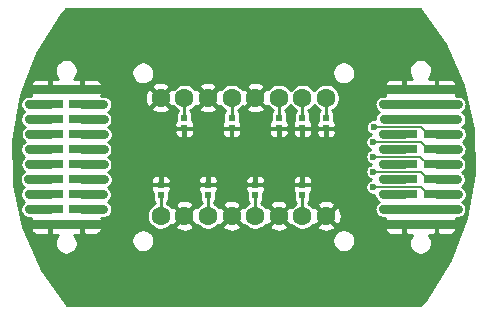
<source format=gbl>
G04 #@! TF.FileFunction,Copper,L2,Bot,Signal*
%FSLAX46Y46*%
G04 Gerber Fmt 4.6, Leading zero omitted, Abs format (unit mm)*
G04 Created by KiCad (PCBNEW 4.0.2+e4-6225~38~ubuntu14.04.1-stable) date Sun 12 Jun 2016 23:41:07 BST*
%MOMM*%
G01*
G04 APERTURE LIST*
%ADD10C,0.100000*%
%ADD11C,1.600000*%
%ADD12R,2.220000X0.740000*%
%ADD13R,0.620000X0.620000*%
%ADD14C,0.700000*%
%ADD15C,0.600000*%
%ADD16C,0.740000*%
%ADD17C,0.280000*%
%ADD18C,0.200000*%
%ADD19C,0.250000*%
G04 APERTURE END LIST*
D10*
D11*
X107000000Y-95000000D03*
X105000000Y-95000000D03*
X103000000Y-95000000D03*
X101000000Y-95000000D03*
X99000000Y-95000000D03*
X97000000Y-95000000D03*
X95000000Y-95000000D03*
X93000000Y-95000000D03*
D12*
X83635000Y-94285000D03*
X86365000Y-94285000D03*
X83635000Y-95555000D03*
X86365000Y-95555000D03*
X83635000Y-96825000D03*
X86365000Y-96825000D03*
X83635000Y-98095000D03*
X86365000Y-98095000D03*
X83635000Y-99365000D03*
X86365000Y-99365000D03*
X83635000Y-100635000D03*
X86365000Y-100635000D03*
X83635000Y-101905000D03*
X86365000Y-101905000D03*
X83635000Y-103175000D03*
X86365000Y-103175000D03*
X83635000Y-104445000D03*
X86365000Y-104445000D03*
X83635000Y-105715000D03*
X86365000Y-105715000D03*
X113635000Y-94285000D03*
X116365000Y-94285000D03*
X113635000Y-95555000D03*
X116365000Y-95555000D03*
X113635000Y-96825000D03*
X116365000Y-96825000D03*
X113635000Y-98095000D03*
X116365000Y-98095000D03*
X113635000Y-99365000D03*
X116365000Y-99365000D03*
X113635000Y-100635000D03*
X116365000Y-100635000D03*
X113635000Y-101905000D03*
X116365000Y-101905000D03*
X113635000Y-103175000D03*
X116365000Y-103175000D03*
X113635000Y-104445000D03*
X116365000Y-104445000D03*
X113635000Y-105715000D03*
X116365000Y-105715000D03*
D13*
X95000000Y-96700000D03*
X95000000Y-97600000D03*
X99000000Y-96700000D03*
X99000000Y-97600000D03*
X103000000Y-96700000D03*
X103000000Y-97600000D03*
X93000000Y-103250000D03*
X93000000Y-102350000D03*
X105000000Y-103250000D03*
X105000000Y-102350000D03*
X101000000Y-103250000D03*
X101000000Y-102350000D03*
X97000000Y-103250000D03*
X97000000Y-102350000D03*
X105000000Y-96700000D03*
X105000000Y-97600000D03*
X107000000Y-96700000D03*
X107000000Y-97600000D03*
D11*
X93000000Y-105000000D03*
X95000000Y-105000000D03*
X97000000Y-105000000D03*
X99000000Y-105000000D03*
X101000000Y-105000000D03*
X103000000Y-105000000D03*
X105000000Y-105000000D03*
X107000000Y-105000000D03*
D14*
X118185000Y-105715000D03*
X118185000Y-94285000D03*
X111815000Y-94285000D03*
X111815000Y-105715000D03*
X88185000Y-94285000D03*
X88185000Y-105715000D03*
X81815000Y-105715000D03*
X81815000Y-94285000D03*
X81845000Y-95555000D03*
X88155000Y-95555000D03*
X81825000Y-96825000D03*
X88175000Y-96825000D03*
X81895000Y-98095000D03*
X81835000Y-99365000D03*
X88165000Y-99365000D03*
X88165000Y-100635000D03*
X81805000Y-101905000D03*
X88195000Y-101905000D03*
X81825000Y-103175000D03*
X88125000Y-103175000D03*
X81845000Y-104445000D03*
X88155000Y-104445000D03*
X118155000Y-95555000D03*
X111845000Y-95555000D03*
X118125000Y-96825000D03*
X111875000Y-96825000D03*
X111805000Y-98095000D03*
D15*
X111025010Y-97474990D03*
D14*
X118195000Y-98095000D03*
X111865000Y-99365000D03*
D15*
X111005001Y-98744999D03*
D14*
X118165000Y-99365000D03*
X111835000Y-100635000D03*
D15*
X111014990Y-99985010D03*
D14*
X118135000Y-100635000D03*
X111805000Y-101905000D03*
D15*
X111005010Y-101255010D03*
D14*
X118105000Y-101905000D03*
X111825000Y-103175000D03*
D15*
X111000000Y-102550000D03*
D14*
X118175000Y-103175000D03*
X118145000Y-104445000D03*
X111845000Y-104445000D03*
X88195000Y-98095000D03*
X81865000Y-100635000D03*
D16*
X113635000Y-105715000D02*
X111815000Y-105715000D01*
X116365000Y-105715000D02*
X113635000Y-105715000D01*
X118185000Y-105715000D02*
X116365000Y-105715000D01*
X116365000Y-94285000D02*
X118185000Y-94285000D01*
X113635000Y-94285000D02*
X116365000Y-94285000D01*
X111815000Y-94285000D02*
X113635000Y-94285000D01*
X88185000Y-105715000D02*
X81815000Y-105715000D01*
X86365000Y-94285000D02*
X88185000Y-94285000D01*
X83635000Y-94285000D02*
X86365000Y-94285000D01*
X83635000Y-94285000D02*
X81815000Y-94285000D01*
X82345000Y-95555000D02*
X81845000Y-95555000D01*
X83635000Y-95555000D02*
X82345000Y-95555000D01*
X88155000Y-95555000D02*
X86365000Y-95555000D01*
X81825000Y-96825000D02*
X83635000Y-96825000D01*
X86365000Y-96825000D02*
X88175000Y-96825000D01*
X81895000Y-98095000D02*
X83635000Y-98095000D01*
X81835000Y-99365000D02*
X83635000Y-99365000D01*
X86365000Y-99365000D02*
X88165000Y-99365000D01*
X86365000Y-100635000D02*
X88165000Y-100635000D01*
X81805000Y-101905000D02*
X83635000Y-101905000D01*
X86365000Y-101905000D02*
X88195000Y-101905000D01*
X81825000Y-103175000D02*
X83635000Y-103175000D01*
X86365000Y-103175000D02*
X88125000Y-103175000D01*
X81845000Y-104445000D02*
X83635000Y-104445000D01*
X86365000Y-104445000D02*
X88155000Y-104445000D01*
D17*
X107000000Y-96700000D02*
X107000000Y-95000000D01*
D16*
X113635000Y-95555000D02*
X116365000Y-95555000D01*
X111845000Y-95555000D02*
X113635000Y-95555000D01*
X118155000Y-95555000D02*
X116365000Y-95555000D01*
D17*
X105000000Y-96700000D02*
X105000000Y-95000000D01*
D16*
X113635000Y-96825000D02*
X116365000Y-96825000D01*
X116365000Y-96825000D02*
X118125000Y-96825000D01*
X111875000Y-96825000D02*
X113635000Y-96825000D01*
X113635000Y-98095000D02*
X111805000Y-98095000D01*
D17*
X103000000Y-96700000D02*
X103000000Y-95000000D01*
D18*
X113891825Y-97474999D02*
X113891816Y-97474990D01*
X113891816Y-97474990D02*
X111025010Y-97474990D01*
X116365000Y-98095000D02*
X115645000Y-98095000D01*
X115645000Y-98095000D02*
X115024999Y-97474999D01*
X115024999Y-97474999D02*
X113891825Y-97474999D01*
D16*
X118195000Y-98095000D02*
X116365000Y-98095000D01*
X111865000Y-99365000D02*
X113635000Y-99365000D01*
D17*
X99000000Y-96700000D02*
X99000000Y-95000000D01*
D18*
X114945001Y-98744999D02*
X111005001Y-98744999D01*
X115665000Y-99365000D02*
X115044999Y-98744999D01*
X115044999Y-98744999D02*
X114945001Y-98744999D01*
X116365000Y-99365000D02*
X115665000Y-99365000D01*
D16*
X116365000Y-99365000D02*
X118165000Y-99365000D01*
X113635000Y-100635000D02*
X111835000Y-100635000D01*
D17*
X95000000Y-96700000D02*
X95000000Y-95000000D01*
D18*
X115635000Y-100635000D02*
X114985010Y-99985010D01*
X114985010Y-99985010D02*
X111014990Y-99985010D01*
X116365000Y-100635000D02*
X115635000Y-100635000D01*
D16*
X118135000Y-100635000D02*
X116365000Y-100635000D01*
X111805000Y-101905000D02*
X113635000Y-101905000D01*
D17*
X93000000Y-103250000D02*
X93000000Y-105000000D01*
D18*
X115655000Y-101905000D02*
X115005010Y-101255010D01*
X115005010Y-101255010D02*
X111005010Y-101255010D01*
X116365000Y-101905000D02*
X115655000Y-101905000D01*
D16*
X116365000Y-101905000D02*
X118105000Y-101905000D01*
D17*
X101000000Y-103250000D02*
X101000000Y-105000000D01*
D16*
X113635000Y-103175000D02*
X111825000Y-103175000D01*
D17*
X97000000Y-103250000D02*
X97000000Y-105000000D01*
D18*
X115675000Y-103175000D02*
X115050000Y-102550000D01*
X115050000Y-102550000D02*
X111000000Y-102550000D01*
X116365000Y-103175000D02*
X115675000Y-103175000D01*
D16*
X118175000Y-103175000D02*
X116365000Y-103175000D01*
D17*
X105000000Y-103250000D02*
X105000000Y-105000000D01*
D16*
X113635000Y-104445000D02*
X116365000Y-104445000D01*
X116365000Y-104445000D02*
X118145000Y-104445000D01*
X111845000Y-104445000D02*
X113635000Y-104445000D01*
X88195000Y-98095000D02*
X86365000Y-98095000D01*
D18*
X83635000Y-100635000D02*
X84415000Y-100635000D01*
D16*
X83635000Y-100635000D02*
X81865000Y-100635000D01*
D19*
X85013675Y-87450000D02*
X114965441Y-87450000D01*
X84851211Y-87649200D02*
X115104607Y-87649200D01*
X84688747Y-87848400D02*
X115243773Y-87848400D01*
X84537320Y-88047600D02*
X115382939Y-88047600D01*
X84411581Y-88246800D02*
X115522106Y-88246800D01*
X84285843Y-88446000D02*
X115661272Y-88446000D01*
X84160104Y-88645200D02*
X115800438Y-88645200D01*
X84034366Y-88844400D02*
X115939605Y-88844400D01*
X83908627Y-89043600D02*
X116078771Y-89043600D01*
X83782889Y-89242800D02*
X116217937Y-89242800D01*
X83657150Y-89442000D02*
X116357104Y-89442000D01*
X83531412Y-89641200D02*
X116496270Y-89641200D01*
X83405673Y-89840400D02*
X116635436Y-89840400D01*
X83279935Y-90039600D02*
X116774602Y-90039600D01*
X83154196Y-90238800D02*
X116913769Y-90238800D01*
X83028458Y-90438000D02*
X117048663Y-90438000D01*
X82902720Y-90637200D02*
X117136268Y-90637200D01*
X82776981Y-90836400D02*
X117223873Y-90836400D01*
X82651243Y-91035600D02*
X117311478Y-91035600D01*
X82527112Y-91234800D02*
X117399083Y-91234800D01*
X82450403Y-91434000D02*
X117486688Y-91434000D01*
X82373694Y-91633200D02*
X117574293Y-91633200D01*
X82296986Y-91832400D02*
X84537498Y-91832400D01*
X85464094Y-91832400D02*
X114537498Y-91832400D01*
X115464094Y-91832400D02*
X117661898Y-91832400D01*
X82220277Y-92031600D02*
X84283854Y-92031600D01*
X85715345Y-92031600D02*
X91046522Y-92031600D01*
X91950296Y-92031600D02*
X108046522Y-92031600D01*
X108950296Y-92031600D02*
X114283854Y-92031600D01*
X115715345Y-92031600D02*
X117749503Y-92031600D01*
X82143568Y-92230800D02*
X84138132Y-92230800D01*
X85862217Y-92230800D02*
X90789777Y-92230800D01*
X92209586Y-92230800D02*
X107789777Y-92230800D01*
X109209586Y-92230800D02*
X114138132Y-92230800D01*
X115862217Y-92230800D02*
X117837108Y-92230800D01*
X82066860Y-92430000D02*
X84059503Y-92430000D01*
X85941501Y-92430000D02*
X90640618Y-92430000D01*
X92358363Y-92430000D02*
X107640618Y-92430000D01*
X109358363Y-92430000D02*
X114059503Y-92430000D01*
X115941501Y-92430000D02*
X117924713Y-92430000D01*
X81990151Y-92629200D02*
X84025782Y-92629200D01*
X85974625Y-92629200D02*
X90560736Y-92629200D01*
X92440353Y-92629200D02*
X107560736Y-92629200D01*
X109440353Y-92629200D02*
X114025782Y-92629200D01*
X115974625Y-92629200D02*
X118012318Y-92629200D01*
X81913442Y-92828400D02*
X84033155Y-92828400D01*
X85969582Y-92828400D02*
X90525863Y-92828400D01*
X92474706Y-92828400D02*
X107525863Y-92828400D01*
X109474706Y-92828400D02*
X114033155Y-92828400D01*
X115969582Y-92828400D02*
X118099923Y-92828400D01*
X81836734Y-93027600D02*
X84083001Y-93027600D01*
X85919233Y-93027600D02*
X90532090Y-93027600D01*
X92470900Y-93027600D02*
X107532090Y-93027600D01*
X109470900Y-93027600D02*
X114083001Y-93027600D01*
X115919233Y-93027600D02*
X118187528Y-93027600D01*
X81760025Y-93226800D02*
X84182739Y-93226800D01*
X85818087Y-93226800D02*
X90580705Y-93226800D01*
X92421815Y-93226800D02*
X107580705Y-93226800D01*
X109421815Y-93226800D02*
X114182739Y-93226800D01*
X115818087Y-93226800D02*
X118275133Y-93226800D01*
X81683316Y-93426000D02*
X82333659Y-93426000D01*
X83464750Y-93426000D02*
X83805250Y-93426000D01*
X86194750Y-93426000D02*
X86535250Y-93426000D01*
X87666342Y-93426000D02*
X90679001Y-93426000D01*
X92322178Y-93426000D02*
X107679001Y-93426000D01*
X109322178Y-93426000D02*
X112333659Y-93426000D01*
X113464750Y-93426000D02*
X113805250Y-93426000D01*
X116194750Y-93426000D02*
X116535250Y-93426000D01*
X117666342Y-93426000D02*
X118362738Y-93426000D01*
X81606608Y-93625200D02*
X82087226Y-93625200D01*
X83560000Y-93625200D02*
X83710000Y-93625200D01*
X86290000Y-93625200D02*
X86440000Y-93625200D01*
X87912775Y-93625200D02*
X90844848Y-93625200D01*
X92152349Y-93625200D02*
X107844848Y-93625200D01*
X109152349Y-93625200D02*
X112087226Y-93625200D01*
X113560000Y-93625200D02*
X113710000Y-93625200D01*
X116290000Y-93625200D02*
X116440000Y-93625200D01*
X117912775Y-93625200D02*
X118450343Y-93625200D01*
X81529899Y-93824400D02*
X82007736Y-93824400D01*
X83560000Y-93824400D02*
X83710000Y-93824400D01*
X86290000Y-93824400D02*
X86440000Y-93824400D01*
X87992265Y-93824400D02*
X91180387Y-93824400D01*
X91813038Y-93824400D02*
X92384276Y-93824400D01*
X93611269Y-93824400D02*
X94891807Y-93824400D01*
X94925357Y-93824400D02*
X96384276Y-93824400D01*
X97611269Y-93824400D02*
X98891807Y-93824400D01*
X98925357Y-93824400D02*
X100384276Y-93824400D01*
X101611269Y-93824400D02*
X102891807Y-93824400D01*
X102925357Y-93824400D02*
X104891807Y-93824400D01*
X104925357Y-93824400D02*
X106891807Y-93824400D01*
X106925357Y-93824400D02*
X108180387Y-93824400D01*
X108813038Y-93824400D02*
X112007736Y-93824400D01*
X113560000Y-93824400D02*
X113710000Y-93824400D01*
X116290000Y-93824400D02*
X116440000Y-93824400D01*
X117992265Y-93824400D02*
X118537948Y-93824400D01*
X81453191Y-94023600D02*
X82000000Y-94023600D01*
X83560000Y-94023600D02*
X83710000Y-94023600D01*
X86290000Y-94023600D02*
X86440000Y-94023600D01*
X88000000Y-94023600D02*
X92231554Y-94023600D01*
X93768447Y-94023600D02*
X94346133Y-94023600D01*
X95653760Y-94023600D02*
X96231554Y-94023600D01*
X97768447Y-94023600D02*
X98346133Y-94023600D01*
X99653760Y-94023600D02*
X100231554Y-94023600D01*
X101768447Y-94023600D02*
X102346133Y-94023600D01*
X103653760Y-94023600D02*
X104346133Y-94023600D01*
X105653760Y-94023600D02*
X106346133Y-94023600D01*
X107653760Y-94023600D02*
X112000000Y-94023600D01*
X113560000Y-94023600D02*
X113710000Y-94023600D01*
X116290000Y-94023600D02*
X116440000Y-94023600D01*
X118000000Y-94023600D02*
X118601716Y-94023600D01*
X81376482Y-94222800D02*
X92049817Y-94222800D01*
X92116734Y-94222800D02*
X92328866Y-94222800D01*
X93671134Y-94222800D02*
X93883266Y-94222800D01*
X93950184Y-94222800D02*
X94114200Y-94222800D01*
X95884209Y-94222800D02*
X96049817Y-94222800D01*
X96116734Y-94222800D02*
X96328866Y-94222800D01*
X97671134Y-94222800D02*
X97883266Y-94222800D01*
X97950184Y-94222800D02*
X98114200Y-94222800D01*
X99884209Y-94222800D02*
X100049817Y-94222800D01*
X100116734Y-94222800D02*
X100328866Y-94222800D01*
X101671134Y-94222800D02*
X101883266Y-94222800D01*
X101950184Y-94222800D02*
X102114200Y-94222800D01*
X103884209Y-94222800D02*
X104114200Y-94222800D01*
X105884209Y-94222800D02*
X106114200Y-94222800D01*
X107884209Y-94222800D02*
X118646021Y-94222800D01*
X81299774Y-94422000D02*
X82069250Y-94422000D01*
X87930750Y-94422000D02*
X91807342Y-94422000D01*
X92315934Y-94422000D02*
X92528066Y-94422000D01*
X93471934Y-94422000D02*
X93684066Y-94422000D01*
X96315934Y-94422000D02*
X96528066Y-94422000D01*
X97471934Y-94422000D02*
X97684066Y-94422000D01*
X100315934Y-94422000D02*
X100528066Y-94422000D01*
X101471934Y-94422000D02*
X101684066Y-94422000D01*
X108026736Y-94422000D02*
X112069250Y-94422000D01*
X117930750Y-94422000D02*
X118690325Y-94422000D01*
X81223065Y-94621200D02*
X82000000Y-94621200D01*
X88000000Y-94621200D02*
X91730193Y-94621200D01*
X92515134Y-94621200D02*
X92727266Y-94621200D01*
X93272734Y-94621200D02*
X93484866Y-94621200D01*
X96515134Y-94621200D02*
X96727266Y-94621200D01*
X97272734Y-94621200D02*
X97484866Y-94621200D01*
X100515134Y-94621200D02*
X100727266Y-94621200D01*
X101272734Y-94621200D02*
X101484866Y-94621200D01*
X108114819Y-94621200D02*
X112000000Y-94621200D01*
X118000000Y-94621200D02*
X118734629Y-94621200D01*
X81153059Y-94820400D02*
X81738930Y-94820400D01*
X88257472Y-94820400D02*
X91685227Y-94820400D01*
X92714334Y-94820400D02*
X92926466Y-94820400D01*
X93073534Y-94820400D02*
X93285666Y-94820400D01*
X96714334Y-94820400D02*
X96926466Y-94820400D01*
X97073534Y-94820400D02*
X97285666Y-94820400D01*
X100714334Y-94820400D02*
X100926466Y-94820400D01*
X101073534Y-94820400D02*
X101285666Y-94820400D01*
X108162302Y-94820400D02*
X111738930Y-94820400D01*
X118257472Y-94820400D02*
X118778934Y-94820400D01*
X81118433Y-95019600D02*
X81328349Y-95019600D01*
X88670419Y-95019600D02*
X91669040Y-95019600D01*
X92874334Y-95019600D02*
X93125666Y-95019600D01*
X96874334Y-95019600D02*
X97125666Y-95019600D01*
X100874334Y-95019600D02*
X101125666Y-95019600D01*
X108173167Y-95019600D02*
X111328349Y-95019600D01*
X118670418Y-95019600D02*
X118823238Y-95019600D01*
X81083808Y-95218800D02*
X81183896Y-95218800D01*
X88815892Y-95218800D02*
X91691481Y-95218800D01*
X92675134Y-95218800D02*
X92887266Y-95218800D01*
X93112734Y-95218800D02*
X93324866Y-95218800D01*
X96675134Y-95218800D02*
X96887266Y-95218800D01*
X97112734Y-95218800D02*
X97324866Y-95218800D01*
X100675134Y-95218800D02*
X100887266Y-95218800D01*
X101112734Y-95218800D02*
X101324866Y-95218800D01*
X108155284Y-95218800D02*
X111183896Y-95218800D01*
X118815892Y-95218800D02*
X118867543Y-95218800D01*
X81049182Y-95418000D02*
X81113871Y-95418000D01*
X88887041Y-95418000D02*
X91742600Y-95418000D01*
X92475934Y-95418000D02*
X92688066Y-95418000D01*
X93311934Y-95418000D02*
X93524066Y-95418000D01*
X96475934Y-95418000D02*
X96688066Y-95418000D01*
X97311934Y-95418000D02*
X97524066Y-95418000D01*
X100475934Y-95418000D02*
X100688066Y-95418000D01*
X101311934Y-95418000D02*
X101524066Y-95418000D01*
X108100147Y-95418000D02*
X111113871Y-95418000D01*
X118887041Y-95418000D02*
X118911847Y-95418000D01*
X81014556Y-95617200D02*
X81106152Y-95617200D01*
X88893991Y-95617200D02*
X91825188Y-95617200D01*
X92276734Y-95617200D02*
X92488866Y-95617200D01*
X93511134Y-95617200D02*
X93723266Y-95617200D01*
X96276734Y-95617200D02*
X96488866Y-95617200D01*
X97511134Y-95617200D02*
X97723266Y-95617200D01*
X100276734Y-95617200D02*
X100488866Y-95617200D01*
X101511134Y-95617200D02*
X101723266Y-95617200D01*
X108002608Y-95617200D02*
X111106152Y-95617200D01*
X118893991Y-95617200D02*
X118956151Y-95617200D01*
X80979931Y-95816400D02*
X81149043Y-95816400D01*
X88850238Y-95816400D02*
X92289666Y-95816400D01*
X93710334Y-95816400D02*
X94154876Y-95816400D01*
X95846606Y-95816400D02*
X96289666Y-95816400D01*
X97710334Y-95816400D02*
X98154876Y-95816400D01*
X99846606Y-95816400D02*
X100289666Y-95816400D01*
X101710334Y-95816400D02*
X102154876Y-95816400D01*
X103846606Y-95816400D02*
X104154876Y-95816400D01*
X105846606Y-95816400D02*
X106154876Y-95816400D01*
X107846606Y-95816400D02*
X111149043Y-95816400D01*
X118850238Y-95816400D02*
X119000456Y-95816400D01*
X80945305Y-96015600D02*
X81263954Y-96015600D01*
X88736231Y-96015600D02*
X92244641Y-96015600D01*
X93755358Y-96015600D02*
X94402342Y-96015600D01*
X95592636Y-96015600D02*
X96244641Y-96015600D01*
X97755358Y-96015600D02*
X98402342Y-96015600D01*
X99592636Y-96015600D02*
X100244641Y-96015600D01*
X101755358Y-96015600D02*
X102402342Y-96015600D01*
X103592636Y-96015600D02*
X104402342Y-96015600D01*
X105592636Y-96015600D02*
X106402342Y-96015600D01*
X107592636Y-96015600D02*
X111263954Y-96015600D01*
X118736231Y-96015600D02*
X119044760Y-96015600D01*
X80910679Y-96214800D02*
X81400063Y-96214800D01*
X88601275Y-96214800D02*
X92465183Y-96214800D01*
X93542385Y-96214800D02*
X94359759Y-96214800D01*
X95641331Y-96214800D02*
X96465183Y-96214800D01*
X97542385Y-96214800D02*
X98359759Y-96214800D01*
X99641331Y-96214800D02*
X100465183Y-96214800D01*
X101542385Y-96214800D02*
X102359759Y-96214800D01*
X103641331Y-96214800D02*
X104359759Y-96214800D01*
X105641331Y-96214800D02*
X106359759Y-96214800D01*
X107641331Y-96214800D02*
X111450063Y-96214800D01*
X118551275Y-96214800D02*
X119089065Y-96214800D01*
X80876053Y-96414000D02*
X81204340Y-96414000D01*
X88795925Y-96414000D02*
X94313186Y-96414000D01*
X95686814Y-96414000D02*
X98313186Y-96414000D01*
X99686814Y-96414000D02*
X102313186Y-96414000D01*
X103686814Y-96414000D02*
X104313186Y-96414000D01*
X105686814Y-96414000D02*
X106313186Y-96414000D01*
X107686814Y-96414000D02*
X111254340Y-96414000D01*
X118745925Y-96414000D02*
X119133369Y-96414000D01*
X80841428Y-96613200D02*
X81114408Y-96613200D01*
X88885555Y-96613200D02*
X94313186Y-96613200D01*
X95686814Y-96613200D02*
X98313186Y-96613200D01*
X99686814Y-96613200D02*
X102313186Y-96613200D01*
X103686814Y-96613200D02*
X104313186Y-96613200D01*
X105686814Y-96613200D02*
X106313186Y-96613200D01*
X107686814Y-96613200D02*
X111164408Y-96613200D01*
X118835555Y-96613200D02*
X119177673Y-96613200D01*
X80806802Y-96812400D02*
X81080796Y-96812400D01*
X88918362Y-96812400D02*
X94313186Y-96812400D01*
X95686814Y-96812400D02*
X98313186Y-96812400D01*
X99686814Y-96812400D02*
X102313186Y-96812400D01*
X103686814Y-96812400D02*
X104313186Y-96812400D01*
X105686814Y-96812400D02*
X106313186Y-96812400D01*
X107686814Y-96812400D02*
X110895993Y-96812400D01*
X118868362Y-96812400D02*
X119221978Y-96812400D01*
X80772176Y-97011600D02*
X81107029Y-97011600D01*
X88893393Y-97011600D02*
X94244609Y-97011600D01*
X95755392Y-97011600D02*
X98244609Y-97011600D01*
X99755392Y-97011600D02*
X102244609Y-97011600D01*
X103755392Y-97011600D02*
X104244609Y-97011600D01*
X105755392Y-97011600D02*
X106244609Y-97011600D01*
X107755392Y-97011600D02*
X110533418Y-97011600D01*
X118843393Y-97011600D02*
X119266282Y-97011600D01*
X80737551Y-97210800D02*
X81190039Y-97210800D01*
X88809285Y-97210800D02*
X94170469Y-97210800D01*
X95829532Y-97210800D02*
X98170469Y-97210800D01*
X99829532Y-97210800D02*
X102170469Y-97210800D01*
X103829532Y-97210800D02*
X104170469Y-97210800D01*
X105829532Y-97210800D02*
X106170469Y-97210800D01*
X107829532Y-97210800D02*
X110403825Y-97210800D01*
X118759285Y-97210800D02*
X119310587Y-97210800D01*
X80702925Y-97410000D02*
X81368693Y-97410000D01*
X88630835Y-97410000D02*
X94181250Y-97410000D01*
X95818750Y-97410000D02*
X98181250Y-97410000D01*
X99818750Y-97410000D02*
X102181250Y-97410000D01*
X103818750Y-97410000D02*
X104181250Y-97410000D01*
X105818750Y-97410000D02*
X106181250Y-97410000D01*
X107818750Y-97410000D02*
X110350823Y-97410000D01*
X118580836Y-97410000D02*
X119354891Y-97410000D01*
X80668299Y-97609200D02*
X81334616Y-97609200D01*
X88755784Y-97609200D02*
X110363338Y-97609200D01*
X118755784Y-97609200D02*
X119399195Y-97609200D01*
X80633674Y-97808400D02*
X81207563Y-97808400D01*
X88881822Y-97808400D02*
X94165000Y-97808400D01*
X94925000Y-97808400D02*
X95075000Y-97808400D01*
X95835000Y-97808400D02*
X98165000Y-97808400D01*
X98925000Y-97808400D02*
X99075000Y-97808400D01*
X99835000Y-97808400D02*
X102165000Y-97808400D01*
X102925000Y-97808400D02*
X103075000Y-97808400D01*
X103835000Y-97808400D02*
X104165000Y-97808400D01*
X104925000Y-97808400D02*
X105075000Y-97808400D01*
X105835000Y-97808400D02*
X106165000Y-97808400D01*
X106925000Y-97808400D02*
X107075000Y-97808400D01*
X107835000Y-97808400D02*
X110436813Y-97808400D01*
X118881822Y-97808400D02*
X119409625Y-97808400D01*
X80599048Y-98007600D02*
X81158658Y-98007600D01*
X88931555Y-98007600D02*
X94174128Y-98007600D01*
X94925000Y-98007600D02*
X95075000Y-98007600D01*
X95825871Y-98007600D02*
X98174128Y-98007600D01*
X98925000Y-98007600D02*
X99075000Y-98007600D01*
X99825871Y-98007600D02*
X102174128Y-98007600D01*
X102925000Y-98007600D02*
X103075000Y-98007600D01*
X103825871Y-98007600D02*
X104174128Y-98007600D01*
X104925000Y-98007600D02*
X105075000Y-98007600D01*
X105825871Y-98007600D02*
X106174128Y-98007600D01*
X106925000Y-98007600D02*
X107075000Y-98007600D01*
X107825871Y-98007600D02*
X110608554Y-98007600D01*
X118931555Y-98007600D02*
X119414282Y-98007600D01*
X80564422Y-98206800D02*
X81160666Y-98206800D01*
X88928778Y-98206800D02*
X94256903Y-98206800D01*
X94925000Y-98206800D02*
X95075000Y-98206800D01*
X95743096Y-98206800D02*
X98256903Y-98206800D01*
X98925000Y-98206800D02*
X99075000Y-98206800D01*
X99743096Y-98206800D02*
X102256903Y-98206800D01*
X102925000Y-98206800D02*
X103075000Y-98206800D01*
X103743096Y-98206800D02*
X104256903Y-98206800D01*
X104925000Y-98206800D02*
X105075000Y-98206800D01*
X105743096Y-98206800D02*
X106256903Y-98206800D01*
X106925000Y-98206800D02*
X107075000Y-98206800D01*
X107743096Y-98206800D02*
X110594669Y-98206800D01*
X118928778Y-98206800D02*
X119418939Y-98206800D01*
X80529797Y-98406000D02*
X81220934Y-98406000D01*
X88869729Y-98406000D02*
X94515557Y-98406000D01*
X94822750Y-98406000D02*
X95177250Y-98406000D01*
X95484442Y-98406000D02*
X98515557Y-98406000D01*
X98822750Y-98406000D02*
X99177250Y-98406000D01*
X99484442Y-98406000D02*
X102515557Y-98406000D01*
X102822750Y-98406000D02*
X103177250Y-98406000D01*
X103484442Y-98406000D02*
X104515557Y-98406000D01*
X104822750Y-98406000D02*
X105177250Y-98406000D01*
X105484442Y-98406000D02*
X106515557Y-98406000D01*
X106822750Y-98406000D02*
X107177250Y-98406000D01*
X107484442Y-98406000D02*
X110419015Y-98406000D01*
X118869729Y-98406000D02*
X119423595Y-98406000D01*
X80506536Y-98605200D02*
X81353834Y-98605200D01*
X88735198Y-98605200D02*
X110344607Y-98605200D01*
X118735198Y-98605200D02*
X119428252Y-98605200D01*
X80511192Y-98804400D02*
X81349247Y-98804400D01*
X88650386Y-98804400D02*
X110329599Y-98804400D01*
X118650386Y-98804400D02*
X119432909Y-98804400D01*
X80515849Y-99003600D02*
X81187522Y-99003600D01*
X88812718Y-99003600D02*
X110381376Y-99003600D01*
X118812718Y-99003600D02*
X119437565Y-99003600D01*
X80520506Y-99202800D02*
X81109054Y-99202800D01*
X88890153Y-99202800D02*
X110508693Y-99202800D01*
X118890153Y-99202800D02*
X119442222Y-99202800D01*
X80525162Y-99402000D02*
X81093858Y-99402000D01*
X88906639Y-99402000D02*
X110673136Y-99402000D01*
X118906639Y-99402000D02*
X119446879Y-99402000D01*
X80529819Y-99601200D02*
X81131627Y-99601200D01*
X88868039Y-99601200D02*
X110459686Y-99601200D01*
X118868039Y-99601200D02*
X119451535Y-99601200D01*
X80534476Y-99800400D02*
X81233693Y-99800400D01*
X88767079Y-99800400D02*
X110364121Y-99800400D01*
X118767079Y-99800400D02*
X119456192Y-99800400D01*
X80539133Y-99999600D02*
X81450280Y-99999600D01*
X88550807Y-99999600D02*
X110339692Y-99999600D01*
X118550807Y-99999600D02*
X119460849Y-99999600D01*
X80543789Y-100198800D02*
X81263583Y-100198800D01*
X88765664Y-100198800D02*
X110373623Y-100198800D01*
X118735664Y-100198800D02*
X119465506Y-100198800D01*
X80548446Y-100398000D02*
X81162209Y-100398000D01*
X88868138Y-100398000D02*
X110478079Y-100398000D01*
X118838138Y-100398000D02*
X119470162Y-100398000D01*
X80553103Y-100597200D02*
X81123445Y-100597200D01*
X88906069Y-100597200D02*
X110730136Y-100597200D01*
X118876069Y-100597200D02*
X119474819Y-100597200D01*
X80557759Y-100796400D02*
X81139612Y-100796400D01*
X88891194Y-100796400D02*
X110508537Y-100796400D01*
X118861194Y-100796400D02*
X119479476Y-100796400D01*
X80562416Y-100995600D02*
X81216864Y-100995600D01*
X88812911Y-100995600D02*
X110381776Y-100995600D01*
X118782911Y-100995600D02*
X119484132Y-100995600D01*
X80567073Y-101194800D02*
X81378661Y-101194800D01*
X88651734Y-101194800D02*
X110330757Y-101194800D01*
X118621734Y-101194800D02*
X119488789Y-101194800D01*
X80571729Y-101394000D02*
X81265464Y-101394000D01*
X88735523Y-101394000D02*
X110344215Y-101394000D01*
X118645523Y-101394000D02*
X119493446Y-101394000D01*
X80576386Y-101593200D02*
X81130703Y-101593200D01*
X88868648Y-101593200D02*
X92413709Y-101593200D01*
X92871950Y-101593200D02*
X93128050Y-101593200D01*
X93586292Y-101593200D02*
X96413709Y-101593200D01*
X96871950Y-101593200D02*
X97128050Y-101593200D01*
X97586292Y-101593200D02*
X100413709Y-101593200D01*
X100871950Y-101593200D02*
X101128050Y-101593200D01*
X101586292Y-101593200D02*
X104413709Y-101593200D01*
X104871950Y-101593200D02*
X105128050Y-101593200D01*
X105586292Y-101593200D02*
X110419894Y-101593200D01*
X118778648Y-101593200D02*
X119470342Y-101593200D01*
X80581043Y-101792400D02*
X81071306Y-101792400D01*
X88929262Y-101792400D02*
X92224304Y-101792400D01*
X92925000Y-101792400D02*
X93075000Y-101792400D01*
X93775697Y-101792400D02*
X96224304Y-101792400D01*
X96925000Y-101792400D02*
X97075000Y-101792400D01*
X97775697Y-101792400D02*
X100224304Y-101792400D01*
X100925000Y-101792400D02*
X101075000Y-101792400D01*
X101775697Y-101792400D02*
X104224304Y-101792400D01*
X104925000Y-101792400D02*
X105075000Y-101792400D01*
X105775697Y-101792400D02*
X110595431Y-101792400D01*
X118839262Y-101792400D02*
X119435717Y-101792400D01*
X80585700Y-101991600D02*
X81068372Y-101991600D01*
X88931426Y-101991600D02*
X92165000Y-101991600D01*
X92925000Y-101991600D02*
X93075000Y-101991600D01*
X93835000Y-101991600D02*
X96165000Y-101991600D01*
X96925000Y-101991600D02*
X97075000Y-101991600D01*
X97835000Y-101991600D02*
X100165000Y-101991600D01*
X100925000Y-101991600D02*
X101075000Y-101991600D01*
X101835000Y-101991600D02*
X104165000Y-101991600D01*
X104925000Y-101991600D02*
X105075000Y-101991600D01*
X105835000Y-101991600D02*
X110620538Y-101991600D01*
X118841426Y-101991600D02*
X119401091Y-101991600D01*
X80590356Y-102190800D02*
X81117760Y-102190800D01*
X88882685Y-102190800D02*
X92212050Y-102190800D01*
X92925000Y-102190800D02*
X93075000Y-102190800D01*
X93787950Y-102190800D02*
X96212050Y-102190800D01*
X96925000Y-102190800D02*
X97075000Y-102190800D01*
X97787950Y-102190800D02*
X100212050Y-102190800D01*
X100925000Y-102190800D02*
X101075000Y-102190800D01*
X101787950Y-102190800D02*
X104212050Y-102190800D01*
X104925000Y-102190800D02*
X105075000Y-102190800D01*
X105787950Y-102190800D02*
X110427846Y-102190800D01*
X118792685Y-102190800D02*
X119366465Y-102190800D01*
X80600627Y-102390000D02*
X81243572Y-102390000D01*
X88756046Y-102390000D02*
X110343900Y-102390000D01*
X118666046Y-102390000D02*
X119331840Y-102390000D01*
X80644931Y-102589200D02*
X81370145Y-102589200D01*
X88580354Y-102589200D02*
X92165000Y-102589200D01*
X93835000Y-102589200D02*
X96165000Y-102589200D01*
X97835000Y-102589200D02*
X100165000Y-102589200D01*
X101835000Y-102589200D02*
X104165000Y-102589200D01*
X105835000Y-102589200D02*
X110324359Y-102589200D01*
X118630354Y-102589200D02*
X119297214Y-102589200D01*
X80689236Y-102788400D02*
X81191147Y-102788400D01*
X88759543Y-102788400D02*
X92180254Y-102788400D01*
X93819745Y-102788400D02*
X96180254Y-102788400D01*
X97819745Y-102788400D02*
X100180254Y-102788400D01*
X101819745Y-102788400D02*
X104180254Y-102788400D01*
X105819745Y-102788400D02*
X110368377Y-102788400D01*
X118809543Y-102788400D02*
X119262588Y-102788400D01*
X80733540Y-102987600D02*
X81106855Y-102987600D01*
X88842736Y-102987600D02*
X92277483Y-102987600D01*
X93722516Y-102987600D02*
X96277483Y-102987600D01*
X97722516Y-102987600D02*
X100277483Y-102987600D01*
X101722516Y-102987600D02*
X104277483Y-102987600D01*
X105722516Y-102987600D02*
X110484184Y-102987600D01*
X118892736Y-102987600D02*
X119227962Y-102987600D01*
X80777844Y-103186800D02*
X81081565Y-103186800D01*
X88869288Y-103186800D02*
X92313186Y-103186800D01*
X93686814Y-103186800D02*
X96313186Y-103186800D01*
X97686814Y-103186800D02*
X100313186Y-103186800D01*
X101686814Y-103186800D02*
X104313186Y-103186800D01*
X105686814Y-103186800D02*
X110771477Y-103186800D01*
X118919288Y-103186800D02*
X119193337Y-103186800D01*
X80822149Y-103386000D02*
X81114210Y-103386000D01*
X88835840Y-103386000D02*
X92313186Y-103386000D01*
X93686814Y-103386000D02*
X96313186Y-103386000D01*
X97686814Y-103386000D02*
X100313186Y-103386000D01*
X101686814Y-103386000D02*
X104313186Y-103386000D01*
X105686814Y-103386000D02*
X111114210Y-103386000D01*
X118885840Y-103386000D02*
X119158711Y-103386000D01*
X80866453Y-103585200D02*
X81203432Y-103585200D01*
X88746092Y-103585200D02*
X92315195Y-103585200D01*
X93683232Y-103585200D02*
X96315195Y-103585200D01*
X97683232Y-103585200D02*
X100315195Y-103585200D01*
X101683232Y-103585200D02*
X104315195Y-103585200D01*
X105683232Y-103585200D02*
X111203432Y-103585200D01*
X118796092Y-103585200D02*
X119124085Y-103585200D01*
X80910758Y-103784400D02*
X81397771Y-103784400D01*
X88550918Y-103784400D02*
X92391089Y-103784400D01*
X93608926Y-103784400D02*
X94459112Y-103784400D01*
X95533256Y-103784400D02*
X96391089Y-103784400D01*
X97608926Y-103784400D02*
X98459112Y-103784400D01*
X99533256Y-103784400D02*
X100391089Y-103784400D01*
X101608926Y-103784400D02*
X102459112Y-103784400D01*
X103533256Y-103784400D02*
X104391089Y-103784400D01*
X105608926Y-103784400D02*
X106459112Y-103784400D01*
X107533256Y-103784400D02*
X111397771Y-103784400D01*
X118600918Y-103784400D02*
X119089460Y-103784400D01*
X80955062Y-103983600D02*
X81264430Y-103983600D01*
X88735402Y-103983600D02*
X92407260Y-103983600D01*
X93594457Y-103983600D02*
X94244909Y-103983600D01*
X95755092Y-103983600D02*
X96407260Y-103983600D01*
X97594457Y-103983600D02*
X98244909Y-103983600D01*
X99755092Y-103983600D02*
X100407260Y-103983600D01*
X101594457Y-103983600D02*
X102244909Y-103983600D01*
X103755092Y-103983600D02*
X104407260Y-103983600D01*
X105594457Y-103983600D02*
X106244909Y-103983600D01*
X107755092Y-103983600D02*
X111264430Y-103983600D01*
X118725402Y-103983600D02*
X119054834Y-103983600D01*
X80999367Y-104182800D02*
X81150010Y-104182800D01*
X88850721Y-104182800D02*
X92155047Y-104182800D01*
X93844487Y-104182800D02*
X94288866Y-104182800D01*
X95711134Y-104182800D02*
X96155047Y-104182800D01*
X97844487Y-104182800D02*
X98288866Y-104182800D01*
X99711134Y-104182800D02*
X100155047Y-104182800D01*
X101844487Y-104182800D02*
X102288866Y-104182800D01*
X103711134Y-104182800D02*
X104155047Y-104182800D01*
X105844487Y-104182800D02*
X106288866Y-104182800D01*
X107711134Y-104182800D02*
X111150010Y-104182800D01*
X118840721Y-104182800D02*
X119020208Y-104182800D01*
X81043671Y-104382000D02*
X81106093Y-104382000D01*
X88893776Y-104382000D02*
X91999047Y-104382000D01*
X94275934Y-104382000D02*
X94488066Y-104382000D01*
X95511934Y-104382000D02*
X95724066Y-104382000D01*
X98275934Y-104382000D02*
X98488066Y-104382000D01*
X99511934Y-104382000D02*
X99724066Y-104382000D01*
X102275934Y-104382000D02*
X102488066Y-104382000D01*
X103511934Y-104382000D02*
X103724066Y-104382000D01*
X106275934Y-104382000D02*
X106488066Y-104382000D01*
X107511934Y-104382000D02*
X107724066Y-104382000D01*
X108174384Y-104382000D02*
X111106093Y-104382000D01*
X118883776Y-104382000D02*
X118985582Y-104382000D01*
X81087975Y-104581200D02*
X81112886Y-104581200D01*
X88886213Y-104581200D02*
X91901068Y-104581200D01*
X94475134Y-104581200D02*
X94687266Y-104581200D01*
X95312734Y-104581200D02*
X95524866Y-104581200D01*
X98475134Y-104581200D02*
X98687266Y-104581200D01*
X99312734Y-104581200D02*
X99524866Y-104581200D01*
X102475134Y-104581200D02*
X102687266Y-104581200D01*
X103312734Y-104581200D02*
X103524866Y-104581200D01*
X106475134Y-104581200D02*
X106687266Y-104581200D01*
X107312734Y-104581200D02*
X107524866Y-104581200D01*
X108257142Y-104581200D02*
X111112886Y-104581200D01*
X118876213Y-104581200D02*
X118950957Y-104581200D01*
X81132280Y-104780400D02*
X81183690Y-104780400D01*
X88816536Y-104780400D02*
X91845376Y-104780400D01*
X94674334Y-104780400D02*
X94886466Y-104780400D01*
X95113534Y-104780400D02*
X95325666Y-104780400D01*
X98674334Y-104780400D02*
X98886466Y-104780400D01*
X99113534Y-104780400D02*
X99325666Y-104780400D01*
X102674334Y-104780400D02*
X102886466Y-104780400D01*
X103113534Y-104780400D02*
X103325666Y-104780400D01*
X106674334Y-104780400D02*
X106886466Y-104780400D01*
X107113534Y-104780400D02*
X107325666Y-104780400D01*
X108308427Y-104780400D02*
X111183690Y-104780400D01*
X118806536Y-104780400D02*
X118916331Y-104780400D01*
X81176584Y-104979600D02*
X81328629Y-104979600D01*
X88672632Y-104979600D02*
X91825121Y-104979600D01*
X94873534Y-104979600D02*
X95126466Y-104979600D01*
X98873534Y-104979600D02*
X99126466Y-104979600D01*
X102873534Y-104979600D02*
X103126466Y-104979600D01*
X106873534Y-104979600D02*
X107126466Y-104979600D01*
X108331025Y-104979600D02*
X111328629Y-104979600D01*
X118662632Y-104979600D02*
X118881705Y-104979600D01*
X81220889Y-105178800D02*
X81735396Y-105178800D01*
X88269230Y-105178800D02*
X91838139Y-105178800D01*
X94715134Y-105178800D02*
X94927266Y-105178800D01*
X95072734Y-105178800D02*
X95284866Y-105178800D01*
X98715134Y-105178800D02*
X98927266Y-105178800D01*
X99072734Y-105178800D02*
X99284866Y-105178800D01*
X102715134Y-105178800D02*
X102927266Y-105178800D01*
X103072734Y-105178800D02*
X103284866Y-105178800D01*
X106715134Y-105178800D02*
X106927266Y-105178800D01*
X107072734Y-105178800D02*
X107284866Y-105178800D01*
X108314838Y-105178800D02*
X111735396Y-105178800D01*
X118259230Y-105178800D02*
X118847079Y-105178800D01*
X81265193Y-105378000D02*
X82000000Y-105378000D01*
X88000000Y-105378000D02*
X91885862Y-105378000D01*
X94515934Y-105378000D02*
X94728066Y-105378000D01*
X95271934Y-105378000D02*
X95484066Y-105378000D01*
X98515934Y-105378000D02*
X98728066Y-105378000D01*
X99271934Y-105378000D02*
X99484066Y-105378000D01*
X102515934Y-105378000D02*
X102728066Y-105378000D01*
X103271934Y-105378000D02*
X103484066Y-105378000D01*
X106515934Y-105378000D02*
X106728066Y-105378000D01*
X107271934Y-105378000D02*
X107484066Y-105378000D01*
X108270035Y-105378000D02*
X112000000Y-105378000D01*
X118000000Y-105378000D02*
X118777243Y-105378000D01*
X81309498Y-105577200D02*
X82068450Y-105577200D01*
X87931550Y-105577200D02*
X91974053Y-105577200D01*
X94316734Y-105577200D02*
X94528866Y-105577200D01*
X95471134Y-105577200D02*
X95683266Y-105577200D01*
X98316734Y-105577200D02*
X98528866Y-105577200D01*
X99471134Y-105577200D02*
X99683266Y-105577200D01*
X102316734Y-105577200D02*
X102528866Y-105577200D01*
X103471134Y-105577200D02*
X103683266Y-105577200D01*
X106316734Y-105577200D02*
X106528866Y-105577200D01*
X107471134Y-105577200D02*
X107683266Y-105577200D01*
X108193068Y-105577200D02*
X112068450Y-105577200D01*
X117931550Y-105577200D02*
X118700534Y-105577200D01*
X81353802Y-105776400D02*
X92116249Y-105776400D01*
X93888610Y-105776400D02*
X94047420Y-105776400D01*
X94117534Y-105776400D02*
X94329666Y-105776400D01*
X95670334Y-105776400D02*
X95882466Y-105776400D01*
X95952580Y-105776400D02*
X96116248Y-105776400D01*
X97888610Y-105776400D02*
X98047420Y-105776400D01*
X98117534Y-105776400D02*
X98329666Y-105776400D01*
X99670334Y-105776400D02*
X99882466Y-105776400D01*
X99952580Y-105776400D02*
X100116248Y-105776400D01*
X101888610Y-105776400D02*
X102047420Y-105776400D01*
X102117534Y-105776400D02*
X102329666Y-105776400D01*
X103670334Y-105776400D02*
X103882466Y-105776400D01*
X103952580Y-105776400D02*
X104116248Y-105776400D01*
X105888610Y-105776400D02*
X106047420Y-105776400D01*
X106117534Y-105776400D02*
X106329666Y-105776400D01*
X107670334Y-105776400D02*
X107882466Y-105776400D01*
X107952579Y-105776400D02*
X118623825Y-105776400D01*
X81398106Y-105975600D02*
X82000000Y-105975600D01*
X83560000Y-105975600D02*
X83710000Y-105975600D01*
X86290000Y-105975600D02*
X86440000Y-105975600D01*
X88000000Y-105975600D02*
X92344790Y-105975600D01*
X93655666Y-105975600D02*
X94231285Y-105975600D01*
X95768714Y-105975600D02*
X96344790Y-105975600D01*
X97655666Y-105975600D02*
X98231285Y-105975600D01*
X99768714Y-105975600D02*
X100344790Y-105975600D01*
X101655666Y-105975600D02*
X102231285Y-105975600D01*
X103768714Y-105975600D02*
X104344790Y-105975600D01*
X105655666Y-105975600D02*
X106231285Y-105975600D01*
X107768713Y-105975600D02*
X112000000Y-105975600D01*
X113560000Y-105975600D02*
X113710000Y-105975600D01*
X116290000Y-105975600D02*
X116440000Y-105975600D01*
X118000000Y-105975600D02*
X118547117Y-105975600D01*
X81461699Y-106174800D02*
X82007576Y-106174800D01*
X83560000Y-106174800D02*
X83710000Y-106174800D01*
X86290000Y-106174800D02*
X86440000Y-106174800D01*
X87992423Y-106174800D02*
X91187108Y-106174800D01*
X91815172Y-106174800D02*
X92975773Y-106174800D01*
X93104220Y-106174800D02*
X94387171Y-106174800D01*
X95617221Y-106174800D02*
X96975773Y-106174800D01*
X97104220Y-106174800D02*
X98387171Y-106174800D01*
X99617221Y-106174800D02*
X100975773Y-106174800D01*
X101104220Y-106174800D02*
X102387171Y-106174800D01*
X103617221Y-106174800D02*
X104975773Y-106174800D01*
X105104220Y-106174800D02*
X106387171Y-106174800D01*
X107617221Y-106174800D02*
X108187108Y-106174800D01*
X108815172Y-106174800D02*
X112007576Y-106174800D01*
X113560000Y-106174800D02*
X113710000Y-106174800D01*
X116290000Y-106174800D02*
X116440000Y-106174800D01*
X117992423Y-106174800D02*
X118470408Y-106174800D01*
X81549304Y-106374000D02*
X82086691Y-106374000D01*
X83560000Y-106374000D02*
X83710000Y-106374000D01*
X86290000Y-106374000D02*
X86440000Y-106374000D01*
X87913308Y-106374000D02*
X90847780Y-106374000D01*
X92153181Y-106374000D02*
X107847780Y-106374000D01*
X109153181Y-106374000D02*
X112086691Y-106374000D01*
X113560000Y-106374000D02*
X113710000Y-106374000D01*
X116290000Y-106374000D02*
X116440000Y-106374000D01*
X117913308Y-106374000D02*
X118393700Y-106374000D01*
X81636909Y-106573200D02*
X82331727Y-106573200D01*
X83465550Y-106573200D02*
X83804450Y-106573200D01*
X86195550Y-106573200D02*
X86534450Y-106573200D01*
X87668272Y-106573200D02*
X90679001Y-106573200D01*
X92320625Y-106573200D02*
X107679001Y-106573200D01*
X109320625Y-106573200D02*
X112331727Y-106573200D01*
X113465550Y-106573200D02*
X113804450Y-106573200D01*
X116195550Y-106573200D02*
X116534450Y-106573200D01*
X117668272Y-106573200D02*
X118316991Y-106573200D01*
X81724514Y-106772400D02*
X84182972Y-106772400D01*
X85816772Y-106772400D02*
X90579585Y-106772400D01*
X92419591Y-106772400D02*
X107579585Y-106772400D01*
X109419591Y-106772400D02*
X114182972Y-106772400D01*
X115816772Y-106772400D02*
X118240282Y-106772400D01*
X81812119Y-106971600D02*
X84082071Y-106971600D01*
X85917200Y-106971600D02*
X90530468Y-106971600D01*
X92468549Y-106971600D02*
X107530468Y-106971600D01*
X109468549Y-106971600D02*
X114082071Y-106971600D01*
X115917200Y-106971600D02*
X118163574Y-106971600D01*
X81899724Y-107170800D02*
X84031701Y-107170800D01*
X85967401Y-107170800D02*
X90523875Y-107170800D01*
X92472718Y-107170800D02*
X107523875Y-107170800D01*
X109472718Y-107170800D02*
X114031701Y-107170800D01*
X115967400Y-107170800D02*
X118086865Y-107170800D01*
X81987329Y-107370000D02*
X84023956Y-107370000D01*
X85972799Y-107370000D02*
X90558226Y-107370000D01*
X92438547Y-107370000D02*
X107558226Y-107370000D01*
X109438547Y-107370000D02*
X114023956Y-107370000D01*
X115972799Y-107370000D02*
X118010157Y-107370000D01*
X82074935Y-107569200D02*
X84057161Y-107569200D01*
X85939865Y-107569200D02*
X90642396Y-107569200D01*
X92358415Y-107569200D02*
X107642396Y-107569200D01*
X109358415Y-107569200D02*
X114057161Y-107569200D01*
X115939865Y-107569200D02*
X117933448Y-107569200D01*
X82162540Y-107768400D02*
X84138659Y-107768400D01*
X85860997Y-107768400D02*
X90789997Y-107768400D01*
X92211995Y-107768400D02*
X107789997Y-107768400D01*
X109211995Y-107768400D02*
X114138659Y-107768400D01*
X115860997Y-107768400D02*
X117856739Y-107768400D01*
X82250145Y-107967600D02*
X84284396Y-107967600D01*
X85718086Y-107967600D02*
X91050378Y-107967600D01*
X91952577Y-107967600D02*
X108050378Y-107967600D01*
X108952577Y-107967600D02*
X114284396Y-107967600D01*
X115718086Y-107967600D02*
X117780031Y-107967600D01*
X82337750Y-108166800D02*
X84537102Y-108166800D01*
X85461716Y-108166800D02*
X114537102Y-108166800D01*
X115461716Y-108166800D02*
X117703322Y-108166800D01*
X82425355Y-108366000D02*
X117626614Y-108366000D01*
X82512960Y-108565200D02*
X117549905Y-108565200D01*
X82600565Y-108764400D02*
X117473196Y-108764400D01*
X82688170Y-108963600D02*
X117349263Y-108963600D01*
X82775775Y-109162800D02*
X117223524Y-109162800D01*
X82863380Y-109362000D02*
X117097786Y-109362000D01*
X82950986Y-109561200D02*
X116972047Y-109561200D01*
X83085672Y-109760400D02*
X116846309Y-109760400D01*
X83224839Y-109959600D02*
X116720570Y-109959600D01*
X83364005Y-110158800D02*
X116594832Y-110158800D01*
X83503171Y-110358000D02*
X116469093Y-110358000D01*
X83642338Y-110557200D02*
X116343355Y-110557200D01*
X83781504Y-110756400D02*
X116217616Y-110756400D01*
X83920670Y-110955600D02*
X116091878Y-110955600D01*
X84059836Y-111154800D02*
X115966139Y-111154800D01*
X84199003Y-111354000D02*
X115840401Y-111354000D01*
X84338169Y-111553200D02*
X115714662Y-111553200D01*
X84477335Y-111752400D02*
X115588924Y-111752400D01*
X84616502Y-111951600D02*
X115463185Y-111951600D01*
X84755668Y-112150800D02*
X115311905Y-112150800D01*
X84894834Y-112350000D02*
X115149442Y-112350000D01*
X85034001Y-112549200D02*
X114986978Y-112549200D01*
X117041404Y-90421494D02*
X118577327Y-93913940D01*
X119405647Y-97638205D01*
X119494812Y-101452425D01*
X118841425Y-105211327D01*
X117470372Y-108771733D01*
X115424893Y-112012263D01*
X114986325Y-112550000D01*
X85034559Y-112550000D01*
X82958596Y-109578506D01*
X81422674Y-106086065D01*
X81386018Y-105921250D01*
X82000000Y-105921250D01*
X82000000Y-106136708D01*
X82020175Y-106238137D01*
X82059751Y-106333681D01*
X82117206Y-106419668D01*
X82190332Y-106492794D01*
X82276319Y-106550249D01*
X82371863Y-106589825D01*
X82473292Y-106610000D01*
X83428750Y-106610000D01*
X83560000Y-106478750D01*
X83560000Y-105790000D01*
X83710000Y-105790000D01*
X83710000Y-106478750D01*
X83841250Y-106610000D01*
X84316123Y-106610000D01*
X84249492Y-106675249D01*
X84141467Y-106833017D01*
X84066142Y-107008763D01*
X84026388Y-107195792D01*
X84023718Y-107386981D01*
X84058235Y-107575047D01*
X84128623Y-107752827D01*
X84232201Y-107913550D01*
X84365025Y-108051093D01*
X84522035Y-108160217D01*
X84697250Y-108236767D01*
X84883998Y-108277826D01*
X85075163Y-108281831D01*
X85263466Y-108248628D01*
X85441733Y-108179482D01*
X85603175Y-108077028D01*
X85741642Y-107945168D01*
X85851860Y-107788924D01*
X85929631Y-107614247D01*
X85971993Y-107427791D01*
X85975042Y-107209396D01*
X85969614Y-107181981D01*
X90523718Y-107181981D01*
X90558235Y-107370047D01*
X90628623Y-107547827D01*
X90732201Y-107708550D01*
X90865025Y-107846093D01*
X91022035Y-107955217D01*
X91197250Y-108031767D01*
X91383998Y-108072826D01*
X91575163Y-108076831D01*
X91763466Y-108043628D01*
X91941733Y-107974482D01*
X92103175Y-107872028D01*
X92241642Y-107740168D01*
X92351860Y-107583924D01*
X92429631Y-107409247D01*
X92471993Y-107222791D01*
X92472562Y-107181981D01*
X107523718Y-107181981D01*
X107558235Y-107370047D01*
X107628623Y-107547827D01*
X107732201Y-107708550D01*
X107865025Y-107846093D01*
X108022035Y-107955217D01*
X108197250Y-108031767D01*
X108383998Y-108072826D01*
X108575163Y-108076831D01*
X108763466Y-108043628D01*
X108941733Y-107974482D01*
X109103175Y-107872028D01*
X109241642Y-107740168D01*
X109351860Y-107583924D01*
X109429631Y-107409247D01*
X109471993Y-107222791D01*
X109475042Y-107004396D01*
X109437903Y-106816830D01*
X109365040Y-106640050D01*
X109259227Y-106480790D01*
X109124496Y-106345114D01*
X108965978Y-106238192D01*
X108789710Y-106164097D01*
X108602408Y-106125649D01*
X108411206Y-106124314D01*
X108223385Y-106160143D01*
X108046101Y-106231770D01*
X107886105Y-106336469D01*
X107749492Y-106470249D01*
X107641467Y-106628017D01*
X107566142Y-106803763D01*
X107526388Y-106990792D01*
X107523718Y-107181981D01*
X92472562Y-107181981D01*
X92475042Y-107004396D01*
X92437903Y-106816830D01*
X92365040Y-106640050D01*
X92259227Y-106480790D01*
X92124496Y-106345114D01*
X91965978Y-106238192D01*
X91789710Y-106164097D01*
X91602408Y-106125649D01*
X91411206Y-106124314D01*
X91223385Y-106160143D01*
X91046101Y-106231770D01*
X90886105Y-106336469D01*
X90749492Y-106470249D01*
X90641467Y-106628017D01*
X90566142Y-106803763D01*
X90526388Y-106990792D01*
X90523718Y-107181981D01*
X85969614Y-107181981D01*
X85937903Y-107021830D01*
X85865040Y-106845050D01*
X85759227Y-106685790D01*
X85683965Y-106610000D01*
X86158750Y-106610000D01*
X86290000Y-106478750D01*
X86290000Y-105790000D01*
X86440000Y-105790000D01*
X86440000Y-106478750D01*
X86571250Y-106610000D01*
X87526708Y-106610000D01*
X87628137Y-106589825D01*
X87723681Y-106550249D01*
X87809668Y-106492794D01*
X87882794Y-106419668D01*
X87940249Y-106333681D01*
X87979825Y-106238137D01*
X88000000Y-106136708D01*
X88000000Y-105921250D01*
X87868750Y-105790000D01*
X86440000Y-105790000D01*
X86290000Y-105790000D01*
X83710000Y-105790000D01*
X83560000Y-105790000D01*
X82131250Y-105790000D01*
X82000000Y-105921250D01*
X81386018Y-105921250D01*
X80594353Y-102361795D01*
X80583553Y-101899799D01*
X81060018Y-101899799D01*
X81073196Y-102044599D01*
X81114248Y-102184082D01*
X81181611Y-102312935D01*
X81272718Y-102426249D01*
X81384100Y-102519710D01*
X81430318Y-102545119D01*
X81412723Y-102554474D01*
X81300048Y-102646370D01*
X81207367Y-102758401D01*
X81138212Y-102886301D01*
X81095216Y-103025197D01*
X81080018Y-103169799D01*
X81093196Y-103314599D01*
X81134248Y-103454082D01*
X81201611Y-103582935D01*
X81292718Y-103696249D01*
X81404100Y-103789710D01*
X81450318Y-103815119D01*
X81432723Y-103824474D01*
X81320048Y-103916370D01*
X81227367Y-104028401D01*
X81158212Y-104156301D01*
X81115216Y-104295197D01*
X81100018Y-104439799D01*
X81113196Y-104584599D01*
X81154248Y-104724082D01*
X81221611Y-104852935D01*
X81312718Y-104966249D01*
X81424100Y-105059710D01*
X81551513Y-105129756D01*
X81690106Y-105173720D01*
X81834598Y-105189927D01*
X81845000Y-105190000D01*
X82020947Y-105190000D01*
X82020175Y-105191863D01*
X82000000Y-105293292D01*
X82000000Y-105508750D01*
X82131250Y-105640000D01*
X83560000Y-105640000D01*
X83560000Y-105620000D01*
X83710000Y-105620000D01*
X83710000Y-105640000D01*
X86290000Y-105640000D01*
X86290000Y-105620000D01*
X86440000Y-105620000D01*
X86440000Y-105640000D01*
X87868750Y-105640000D01*
X88000000Y-105508750D01*
X88000000Y-105293292D01*
X87979825Y-105191863D01*
X87979053Y-105190000D01*
X88155000Y-105190000D01*
X88299705Y-105175812D01*
X88438897Y-105133787D01*
X88504703Y-105098797D01*
X91823456Y-105098797D01*
X91865053Y-105325441D01*
X91949879Y-105539689D01*
X92074705Y-105733380D01*
X92234775Y-105899137D01*
X92423991Y-106030646D01*
X92635148Y-106122898D01*
X92860202Y-106172379D01*
X93090581Y-106177205D01*
X93317510Y-106137192D01*
X93532344Y-106053863D01*
X93726902Y-105930392D01*
X93758800Y-105900016D01*
X94206050Y-105900016D01*
X94279334Y-106119508D01*
X94511586Y-106238592D01*
X94762608Y-106310077D01*
X95022753Y-106331217D01*
X95282023Y-106301199D01*
X95530455Y-106221177D01*
X95720666Y-106119508D01*
X95793950Y-105900016D01*
X95000000Y-105106066D01*
X94206050Y-105900016D01*
X93758800Y-105900016D01*
X93893773Y-105771484D01*
X93920256Y-105733942D01*
X94099984Y-105793950D01*
X94893934Y-105000000D01*
X95106066Y-105000000D01*
X95900016Y-105793950D01*
X96076344Y-105735078D01*
X96234775Y-105899137D01*
X96423991Y-106030646D01*
X96635148Y-106122898D01*
X96860202Y-106172379D01*
X97090581Y-106177205D01*
X97317510Y-106137192D01*
X97532344Y-106053863D01*
X97726902Y-105930392D01*
X97758800Y-105900016D01*
X98206050Y-105900016D01*
X98279334Y-106119508D01*
X98511586Y-106238592D01*
X98762608Y-106310077D01*
X99022753Y-106331217D01*
X99282023Y-106301199D01*
X99530455Y-106221177D01*
X99720666Y-106119508D01*
X99793950Y-105900016D01*
X99000000Y-105106066D01*
X98206050Y-105900016D01*
X97758800Y-105900016D01*
X97893773Y-105771484D01*
X97920256Y-105733942D01*
X98099984Y-105793950D01*
X98893934Y-105000000D01*
X99106066Y-105000000D01*
X99900016Y-105793950D01*
X100076344Y-105735078D01*
X100234775Y-105899137D01*
X100423991Y-106030646D01*
X100635148Y-106122898D01*
X100860202Y-106172379D01*
X101090581Y-106177205D01*
X101317510Y-106137192D01*
X101532344Y-106053863D01*
X101726902Y-105930392D01*
X101758800Y-105900016D01*
X102206050Y-105900016D01*
X102279334Y-106119508D01*
X102511586Y-106238592D01*
X102762608Y-106310077D01*
X103022753Y-106331217D01*
X103282023Y-106301199D01*
X103530455Y-106221177D01*
X103720666Y-106119508D01*
X103793950Y-105900016D01*
X103000000Y-105106066D01*
X102206050Y-105900016D01*
X101758800Y-105900016D01*
X101893773Y-105771484D01*
X101920256Y-105733942D01*
X102099984Y-105793950D01*
X102893934Y-105000000D01*
X103106066Y-105000000D01*
X103900016Y-105793950D01*
X104076344Y-105735078D01*
X104234775Y-105899137D01*
X104423991Y-106030646D01*
X104635148Y-106122898D01*
X104860202Y-106172379D01*
X105090581Y-106177205D01*
X105317510Y-106137192D01*
X105532344Y-106053863D01*
X105726902Y-105930392D01*
X105758800Y-105900016D01*
X106206050Y-105900016D01*
X106279334Y-106119508D01*
X106511586Y-106238592D01*
X106762608Y-106310077D01*
X107022753Y-106331217D01*
X107282023Y-106301199D01*
X107530455Y-106221177D01*
X107720666Y-106119508D01*
X107786860Y-105921250D01*
X112000000Y-105921250D01*
X112000000Y-106136708D01*
X112020175Y-106238137D01*
X112059751Y-106333681D01*
X112117206Y-106419668D01*
X112190332Y-106492794D01*
X112276319Y-106550249D01*
X112371863Y-106589825D01*
X112473292Y-106610000D01*
X113428750Y-106610000D01*
X113560000Y-106478750D01*
X113560000Y-105790000D01*
X113710000Y-105790000D01*
X113710000Y-106478750D01*
X113841250Y-106610000D01*
X114316123Y-106610000D01*
X114249492Y-106675249D01*
X114141467Y-106833017D01*
X114066142Y-107008763D01*
X114026388Y-107195792D01*
X114023718Y-107386981D01*
X114058235Y-107575047D01*
X114128623Y-107752827D01*
X114232201Y-107913550D01*
X114365025Y-108051093D01*
X114522035Y-108160217D01*
X114697250Y-108236767D01*
X114883998Y-108277826D01*
X115075163Y-108281831D01*
X115263466Y-108248628D01*
X115441733Y-108179482D01*
X115603175Y-108077028D01*
X115741642Y-107945168D01*
X115851860Y-107788924D01*
X115929631Y-107614247D01*
X115971993Y-107427791D01*
X115975042Y-107209396D01*
X115937903Y-107021830D01*
X115865040Y-106845050D01*
X115759227Y-106685790D01*
X115683965Y-106610000D01*
X116158750Y-106610000D01*
X116290000Y-106478750D01*
X116290000Y-105790000D01*
X116440000Y-105790000D01*
X116440000Y-106478750D01*
X116571250Y-106610000D01*
X117526708Y-106610000D01*
X117628137Y-106589825D01*
X117723681Y-106550249D01*
X117809668Y-106492794D01*
X117882794Y-106419668D01*
X117940249Y-106333681D01*
X117979825Y-106238137D01*
X118000000Y-106136708D01*
X118000000Y-105921250D01*
X117868750Y-105790000D01*
X116440000Y-105790000D01*
X116290000Y-105790000D01*
X113710000Y-105790000D01*
X113560000Y-105790000D01*
X112131250Y-105790000D01*
X112000000Y-105921250D01*
X107786860Y-105921250D01*
X107793950Y-105900016D01*
X107000000Y-105106066D01*
X106206050Y-105900016D01*
X105758800Y-105900016D01*
X105893773Y-105771484D01*
X105920256Y-105733942D01*
X106099984Y-105793950D01*
X106893934Y-105000000D01*
X107106066Y-105000000D01*
X107900016Y-105793950D01*
X108119508Y-105720666D01*
X108238592Y-105488414D01*
X108310077Y-105237392D01*
X108331217Y-104977247D01*
X108301199Y-104717977D01*
X108221177Y-104469545D01*
X108119508Y-104279334D01*
X107900016Y-104206050D01*
X107106066Y-105000000D01*
X106893934Y-105000000D01*
X106099984Y-104206050D01*
X105922606Y-104265273D01*
X105914965Y-104253772D01*
X105762247Y-104099984D01*
X106206050Y-104099984D01*
X107000000Y-104893934D01*
X107793950Y-104099984D01*
X107720666Y-103880492D01*
X107488414Y-103761408D01*
X107237392Y-103689923D01*
X106977247Y-103668783D01*
X106717977Y-103698801D01*
X106469545Y-103778823D01*
X106279334Y-103880492D01*
X106206050Y-104099984D01*
X105762247Y-104099984D01*
X105752597Y-104090267D01*
X105561562Y-103961412D01*
X105515000Y-103941839D01*
X105515000Y-103871694D01*
X105559543Y-103842343D01*
X105628322Y-103761643D01*
X105671896Y-103664978D01*
X105686814Y-103560000D01*
X105686814Y-103025648D01*
X105717794Y-102994668D01*
X105775249Y-102908681D01*
X105814825Y-102813137D01*
X105835000Y-102711708D01*
X105835000Y-102606756D01*
X110324113Y-102606756D01*
X110348009Y-102736955D01*
X110396739Y-102860034D01*
X110468447Y-102971303D01*
X110560402Y-103066526D01*
X110669101Y-103142073D01*
X110790404Y-103195069D01*
X110919691Y-103223495D01*
X111052036Y-103226267D01*
X111084634Y-103220519D01*
X111093196Y-103314599D01*
X111134248Y-103454082D01*
X111201611Y-103582935D01*
X111292718Y-103696249D01*
X111404100Y-103789710D01*
X111450318Y-103815119D01*
X111432723Y-103824474D01*
X111320048Y-103916370D01*
X111227367Y-104028401D01*
X111158212Y-104156301D01*
X111115216Y-104295197D01*
X111100018Y-104439799D01*
X111113196Y-104584599D01*
X111154248Y-104724082D01*
X111221611Y-104852935D01*
X111312718Y-104966249D01*
X111424100Y-105059710D01*
X111551513Y-105129756D01*
X111690106Y-105173720D01*
X111834598Y-105189927D01*
X111845000Y-105190000D01*
X112020947Y-105190000D01*
X112020175Y-105191863D01*
X112000000Y-105293292D01*
X112000000Y-105508750D01*
X112131250Y-105640000D01*
X113560000Y-105640000D01*
X113560000Y-105620000D01*
X113710000Y-105620000D01*
X113710000Y-105640000D01*
X116290000Y-105640000D01*
X116290000Y-105620000D01*
X116440000Y-105620000D01*
X116440000Y-105640000D01*
X117868750Y-105640000D01*
X118000000Y-105508750D01*
X118000000Y-105293292D01*
X117979825Y-105191863D01*
X117979053Y-105190000D01*
X118145000Y-105190000D01*
X118289705Y-105175812D01*
X118428897Y-105133787D01*
X118557277Y-105065526D01*
X118669952Y-104973630D01*
X118762633Y-104861599D01*
X118831788Y-104733699D01*
X118874784Y-104594803D01*
X118889982Y-104450201D01*
X118876804Y-104305401D01*
X118835752Y-104165918D01*
X118768389Y-104037065D01*
X118677282Y-103923751D01*
X118565900Y-103830290D01*
X118544265Y-103818396D01*
X118587277Y-103795526D01*
X118699952Y-103703630D01*
X118792633Y-103591599D01*
X118861788Y-103463699D01*
X118904784Y-103324803D01*
X118919982Y-103180201D01*
X118906804Y-103035401D01*
X118865752Y-102895918D01*
X118798389Y-102767065D01*
X118707282Y-102653751D01*
X118595900Y-102560290D01*
X118523473Y-102520473D01*
X118629952Y-102433630D01*
X118722633Y-102321599D01*
X118791788Y-102193699D01*
X118834784Y-102054803D01*
X118849982Y-101910201D01*
X118836804Y-101765401D01*
X118795752Y-101625918D01*
X118728389Y-101497065D01*
X118637282Y-101383751D01*
X118525900Y-101290290D01*
X118504265Y-101278396D01*
X118547277Y-101255526D01*
X118659952Y-101163630D01*
X118752633Y-101051599D01*
X118821788Y-100923699D01*
X118864784Y-100784803D01*
X118879982Y-100640201D01*
X118866804Y-100495401D01*
X118825752Y-100355918D01*
X118758389Y-100227065D01*
X118667282Y-100113751D01*
X118555900Y-100020290D01*
X118534265Y-100008396D01*
X118577277Y-99985526D01*
X118689952Y-99893630D01*
X118782633Y-99781599D01*
X118851788Y-99653699D01*
X118894784Y-99514803D01*
X118909982Y-99370201D01*
X118896804Y-99225401D01*
X118855752Y-99085918D01*
X118788389Y-98957065D01*
X118697282Y-98843751D01*
X118585900Y-98750290D01*
X118564265Y-98738396D01*
X118607277Y-98715526D01*
X118719952Y-98623630D01*
X118812633Y-98511599D01*
X118881788Y-98383699D01*
X118924784Y-98244803D01*
X118939982Y-98100201D01*
X118926804Y-97955401D01*
X118885752Y-97815918D01*
X118818389Y-97687065D01*
X118727282Y-97573751D01*
X118615900Y-97480290D01*
X118543473Y-97440473D01*
X118649952Y-97353630D01*
X118742633Y-97241599D01*
X118811788Y-97113699D01*
X118854784Y-96974803D01*
X118869982Y-96830201D01*
X118856804Y-96685401D01*
X118815752Y-96545918D01*
X118748389Y-96417065D01*
X118657282Y-96303751D01*
X118545900Y-96210290D01*
X118524265Y-96198396D01*
X118567277Y-96175526D01*
X118679952Y-96083630D01*
X118772633Y-95971599D01*
X118841788Y-95843699D01*
X118884784Y-95704803D01*
X118899982Y-95560201D01*
X118886804Y-95415401D01*
X118845752Y-95275918D01*
X118778389Y-95147065D01*
X118687282Y-95033751D01*
X118575900Y-94940290D01*
X118448487Y-94870244D01*
X118309894Y-94826280D01*
X118165402Y-94810073D01*
X118155000Y-94810000D01*
X117979053Y-94810000D01*
X117979825Y-94808137D01*
X118000000Y-94706708D01*
X118000000Y-94491250D01*
X117868750Y-94360000D01*
X116440000Y-94360000D01*
X116440000Y-94380000D01*
X116290000Y-94380000D01*
X116290000Y-94360000D01*
X113710000Y-94360000D01*
X113710000Y-94380000D01*
X113560000Y-94380000D01*
X113560000Y-94360000D01*
X112131250Y-94360000D01*
X112000000Y-94491250D01*
X112000000Y-94706708D01*
X112020175Y-94808137D01*
X112020947Y-94810000D01*
X111845000Y-94810000D01*
X111700295Y-94824188D01*
X111561103Y-94866213D01*
X111432723Y-94934474D01*
X111320048Y-95026370D01*
X111227367Y-95138401D01*
X111158212Y-95266301D01*
X111115216Y-95405197D01*
X111100018Y-95549799D01*
X111113196Y-95694599D01*
X111154248Y-95834082D01*
X111221611Y-95962935D01*
X111312718Y-96076249D01*
X111424100Y-96169710D01*
X111475235Y-96197821D01*
X111462723Y-96204474D01*
X111350048Y-96296370D01*
X111257367Y-96408401D01*
X111188212Y-96536301D01*
X111145216Y-96675197D01*
X111131289Y-96807703D01*
X111095908Y-96800440D01*
X110963537Y-96799515D01*
X110833507Y-96824320D01*
X110710772Y-96873908D01*
X110600006Y-96946392D01*
X110505428Y-97039009D01*
X110430641Y-97148233D01*
X110378493Y-97269903D01*
X110350971Y-97399384D01*
X110349123Y-97531746D01*
X110373019Y-97661945D01*
X110421749Y-97785024D01*
X110493457Y-97896293D01*
X110585412Y-97991516D01*
X110694111Y-98067063D01*
X110783896Y-98106289D01*
X110690763Y-98143917D01*
X110579997Y-98216401D01*
X110485419Y-98309018D01*
X110410632Y-98418242D01*
X110358484Y-98539912D01*
X110330962Y-98669393D01*
X110329114Y-98801755D01*
X110353010Y-98931954D01*
X110401740Y-99055033D01*
X110473448Y-99166302D01*
X110565403Y-99261525D01*
X110674102Y-99337072D01*
X110742627Y-99367010D01*
X110700752Y-99383928D01*
X110589986Y-99456412D01*
X110495408Y-99549029D01*
X110420621Y-99658253D01*
X110368473Y-99779923D01*
X110340951Y-99909404D01*
X110339103Y-100041766D01*
X110362999Y-100171965D01*
X110411729Y-100295044D01*
X110483437Y-100406313D01*
X110575392Y-100501536D01*
X110684091Y-100577083D01*
X110778684Y-100618410D01*
X110690772Y-100653928D01*
X110580006Y-100726412D01*
X110485428Y-100819029D01*
X110410641Y-100928253D01*
X110358493Y-101049923D01*
X110330971Y-101179404D01*
X110329123Y-101311766D01*
X110353019Y-101441965D01*
X110401749Y-101565044D01*
X110473457Y-101676313D01*
X110565412Y-101771536D01*
X110674111Y-101847083D01*
X110795414Y-101900079D01*
X110802686Y-101901678D01*
X110685762Y-101948918D01*
X110574996Y-102021402D01*
X110480418Y-102114019D01*
X110405631Y-102223243D01*
X110353483Y-102344913D01*
X110325961Y-102474394D01*
X110324113Y-102606756D01*
X105835000Y-102606756D01*
X105835000Y-102556250D01*
X105703750Y-102425000D01*
X105075000Y-102425000D01*
X105075000Y-102445000D01*
X104925000Y-102445000D01*
X104925000Y-102425000D01*
X104296250Y-102425000D01*
X104165000Y-102556250D01*
X104165000Y-102711708D01*
X104185175Y-102813137D01*
X104224751Y-102908681D01*
X104282206Y-102994668D01*
X104313186Y-103025648D01*
X104313186Y-103560000D01*
X104317948Y-103619717D01*
X104349315Y-103721004D01*
X104407657Y-103809543D01*
X104485000Y-103875461D01*
X104485000Y-103940741D01*
X104452993Y-103953673D01*
X104260178Y-104079847D01*
X104095543Y-104241070D01*
X104078678Y-104265702D01*
X103900016Y-104206050D01*
X103106066Y-105000000D01*
X102893934Y-105000000D01*
X102099984Y-104206050D01*
X101922606Y-104265273D01*
X101914965Y-104253772D01*
X101762247Y-104099984D01*
X102206050Y-104099984D01*
X103000000Y-104893934D01*
X103793950Y-104099984D01*
X103720666Y-103880492D01*
X103488414Y-103761408D01*
X103237392Y-103689923D01*
X102977247Y-103668783D01*
X102717977Y-103698801D01*
X102469545Y-103778823D01*
X102279334Y-103880492D01*
X102206050Y-104099984D01*
X101762247Y-104099984D01*
X101752597Y-104090267D01*
X101561562Y-103961412D01*
X101515000Y-103941839D01*
X101515000Y-103871694D01*
X101559543Y-103842343D01*
X101628322Y-103761643D01*
X101671896Y-103664978D01*
X101686814Y-103560000D01*
X101686814Y-103025648D01*
X101717794Y-102994668D01*
X101775249Y-102908681D01*
X101814825Y-102813137D01*
X101835000Y-102711708D01*
X101835000Y-102556250D01*
X101703750Y-102425000D01*
X101075000Y-102425000D01*
X101075000Y-102445000D01*
X100925000Y-102445000D01*
X100925000Y-102425000D01*
X100296250Y-102425000D01*
X100165000Y-102556250D01*
X100165000Y-102711708D01*
X100185175Y-102813137D01*
X100224751Y-102908681D01*
X100282206Y-102994668D01*
X100313186Y-103025648D01*
X100313186Y-103560000D01*
X100317948Y-103619717D01*
X100349315Y-103721004D01*
X100407657Y-103809543D01*
X100485000Y-103875461D01*
X100485000Y-103940741D01*
X100452993Y-103953673D01*
X100260178Y-104079847D01*
X100095543Y-104241070D01*
X100078678Y-104265702D01*
X99900016Y-104206050D01*
X99106066Y-105000000D01*
X98893934Y-105000000D01*
X98099984Y-104206050D01*
X97922606Y-104265273D01*
X97914965Y-104253772D01*
X97762247Y-104099984D01*
X98206050Y-104099984D01*
X99000000Y-104893934D01*
X99793950Y-104099984D01*
X99720666Y-103880492D01*
X99488414Y-103761408D01*
X99237392Y-103689923D01*
X98977247Y-103668783D01*
X98717977Y-103698801D01*
X98469545Y-103778823D01*
X98279334Y-103880492D01*
X98206050Y-104099984D01*
X97762247Y-104099984D01*
X97752597Y-104090267D01*
X97561562Y-103961412D01*
X97515000Y-103941839D01*
X97515000Y-103871694D01*
X97559543Y-103842343D01*
X97628322Y-103761643D01*
X97671896Y-103664978D01*
X97686814Y-103560000D01*
X97686814Y-103025648D01*
X97717794Y-102994668D01*
X97775249Y-102908681D01*
X97814825Y-102813137D01*
X97835000Y-102711708D01*
X97835000Y-102556250D01*
X97703750Y-102425000D01*
X97075000Y-102425000D01*
X97075000Y-102445000D01*
X96925000Y-102445000D01*
X96925000Y-102425000D01*
X96296250Y-102425000D01*
X96165000Y-102556250D01*
X96165000Y-102711708D01*
X96185175Y-102813137D01*
X96224751Y-102908681D01*
X96282206Y-102994668D01*
X96313186Y-103025648D01*
X96313186Y-103560000D01*
X96317948Y-103619717D01*
X96349315Y-103721004D01*
X96407657Y-103809543D01*
X96485000Y-103875461D01*
X96485000Y-103940741D01*
X96452993Y-103953673D01*
X96260178Y-104079847D01*
X96095543Y-104241070D01*
X96078678Y-104265702D01*
X95900016Y-104206050D01*
X95106066Y-105000000D01*
X94893934Y-105000000D01*
X94099984Y-104206050D01*
X93922606Y-104265273D01*
X93914965Y-104253772D01*
X93762247Y-104099984D01*
X94206050Y-104099984D01*
X95000000Y-104893934D01*
X95793950Y-104099984D01*
X95720666Y-103880492D01*
X95488414Y-103761408D01*
X95237392Y-103689923D01*
X94977247Y-103668783D01*
X94717977Y-103698801D01*
X94469545Y-103778823D01*
X94279334Y-103880492D01*
X94206050Y-104099984D01*
X93762247Y-104099984D01*
X93752597Y-104090267D01*
X93561562Y-103961412D01*
X93515000Y-103941839D01*
X93515000Y-103871694D01*
X93559543Y-103842343D01*
X93628322Y-103761643D01*
X93671896Y-103664978D01*
X93686814Y-103560000D01*
X93686814Y-103025648D01*
X93717794Y-102994668D01*
X93775249Y-102908681D01*
X93814825Y-102813137D01*
X93835000Y-102711708D01*
X93835000Y-102556250D01*
X93703750Y-102425000D01*
X93075000Y-102425000D01*
X93075000Y-102445000D01*
X92925000Y-102445000D01*
X92925000Y-102425000D01*
X92296250Y-102425000D01*
X92165000Y-102556250D01*
X92165000Y-102711708D01*
X92185175Y-102813137D01*
X92224751Y-102908681D01*
X92282206Y-102994668D01*
X92313186Y-103025648D01*
X92313186Y-103560000D01*
X92317948Y-103619717D01*
X92349315Y-103721004D01*
X92407657Y-103809543D01*
X92485000Y-103875461D01*
X92485000Y-103940741D01*
X92452993Y-103953673D01*
X92260178Y-104079847D01*
X92095543Y-104241070D01*
X91965358Y-104431201D01*
X91874582Y-104642996D01*
X91826673Y-104868390D01*
X91823456Y-105098797D01*
X88504703Y-105098797D01*
X88567277Y-105065526D01*
X88679952Y-104973630D01*
X88772633Y-104861599D01*
X88841788Y-104733699D01*
X88884784Y-104594803D01*
X88899982Y-104450201D01*
X88886804Y-104305401D01*
X88845752Y-104165918D01*
X88778389Y-104037065D01*
X88687282Y-103923751D01*
X88575900Y-103830290D01*
X88524765Y-103802179D01*
X88537277Y-103795526D01*
X88649952Y-103703630D01*
X88742633Y-103591599D01*
X88811788Y-103463699D01*
X88854784Y-103324803D01*
X88869982Y-103180201D01*
X88856804Y-103035401D01*
X88815752Y-102895918D01*
X88748389Y-102767065D01*
X88657282Y-102653751D01*
X88545900Y-102560290D01*
X88543931Y-102559208D01*
X88607277Y-102525526D01*
X88719952Y-102433630D01*
X88812633Y-102321599D01*
X88881788Y-102193699D01*
X88924784Y-102054803D01*
X88931774Y-101988292D01*
X92165000Y-101988292D01*
X92165000Y-102143750D01*
X92296250Y-102275000D01*
X92925000Y-102275000D01*
X92925000Y-101646250D01*
X93075000Y-101646250D01*
X93075000Y-102275000D01*
X93703750Y-102275000D01*
X93835000Y-102143750D01*
X93835000Y-101988292D01*
X96165000Y-101988292D01*
X96165000Y-102143750D01*
X96296250Y-102275000D01*
X96925000Y-102275000D01*
X96925000Y-101646250D01*
X97075000Y-101646250D01*
X97075000Y-102275000D01*
X97703750Y-102275000D01*
X97835000Y-102143750D01*
X97835000Y-101988292D01*
X100165000Y-101988292D01*
X100165000Y-102143750D01*
X100296250Y-102275000D01*
X100925000Y-102275000D01*
X100925000Y-101646250D01*
X101075000Y-101646250D01*
X101075000Y-102275000D01*
X101703750Y-102275000D01*
X101835000Y-102143750D01*
X101835000Y-101988292D01*
X104165000Y-101988292D01*
X104165000Y-102143750D01*
X104296250Y-102275000D01*
X104925000Y-102275000D01*
X104925000Y-101646250D01*
X105075000Y-101646250D01*
X105075000Y-102275000D01*
X105703750Y-102275000D01*
X105835000Y-102143750D01*
X105835000Y-101988292D01*
X105814825Y-101886863D01*
X105775249Y-101791319D01*
X105717794Y-101705332D01*
X105644668Y-101632206D01*
X105558681Y-101574751D01*
X105463137Y-101535175D01*
X105361708Y-101515000D01*
X105206250Y-101515000D01*
X105075000Y-101646250D01*
X104925000Y-101646250D01*
X104793750Y-101515000D01*
X104638292Y-101515000D01*
X104536863Y-101535175D01*
X104441319Y-101574751D01*
X104355332Y-101632206D01*
X104282206Y-101705332D01*
X104224751Y-101791319D01*
X104185175Y-101886863D01*
X104165000Y-101988292D01*
X101835000Y-101988292D01*
X101814825Y-101886863D01*
X101775249Y-101791319D01*
X101717794Y-101705332D01*
X101644668Y-101632206D01*
X101558681Y-101574751D01*
X101463137Y-101535175D01*
X101361708Y-101515000D01*
X101206250Y-101515000D01*
X101075000Y-101646250D01*
X100925000Y-101646250D01*
X100793750Y-101515000D01*
X100638292Y-101515000D01*
X100536863Y-101535175D01*
X100441319Y-101574751D01*
X100355332Y-101632206D01*
X100282206Y-101705332D01*
X100224751Y-101791319D01*
X100185175Y-101886863D01*
X100165000Y-101988292D01*
X97835000Y-101988292D01*
X97814825Y-101886863D01*
X97775249Y-101791319D01*
X97717794Y-101705332D01*
X97644668Y-101632206D01*
X97558681Y-101574751D01*
X97463137Y-101535175D01*
X97361708Y-101515000D01*
X97206250Y-101515000D01*
X97075000Y-101646250D01*
X96925000Y-101646250D01*
X96793750Y-101515000D01*
X96638292Y-101515000D01*
X96536863Y-101535175D01*
X96441319Y-101574751D01*
X96355332Y-101632206D01*
X96282206Y-101705332D01*
X96224751Y-101791319D01*
X96185175Y-101886863D01*
X96165000Y-101988292D01*
X93835000Y-101988292D01*
X93814825Y-101886863D01*
X93775249Y-101791319D01*
X93717794Y-101705332D01*
X93644668Y-101632206D01*
X93558681Y-101574751D01*
X93463137Y-101535175D01*
X93361708Y-101515000D01*
X93206250Y-101515000D01*
X93075000Y-101646250D01*
X92925000Y-101646250D01*
X92793750Y-101515000D01*
X92638292Y-101515000D01*
X92536863Y-101535175D01*
X92441319Y-101574751D01*
X92355332Y-101632206D01*
X92282206Y-101705332D01*
X92224751Y-101791319D01*
X92185175Y-101886863D01*
X92165000Y-101988292D01*
X88931774Y-101988292D01*
X88939982Y-101910201D01*
X88926804Y-101765401D01*
X88885752Y-101625918D01*
X88818389Y-101497065D01*
X88727282Y-101383751D01*
X88615900Y-101290290D01*
X88564765Y-101262179D01*
X88577277Y-101255526D01*
X88689952Y-101163630D01*
X88782633Y-101051599D01*
X88851788Y-100923699D01*
X88894784Y-100784803D01*
X88909982Y-100640201D01*
X88896804Y-100495401D01*
X88855752Y-100355918D01*
X88788389Y-100227065D01*
X88697282Y-100113751D01*
X88585900Y-100020290D01*
X88549515Y-100000287D01*
X88577277Y-99985526D01*
X88689952Y-99893630D01*
X88782633Y-99781599D01*
X88851788Y-99653699D01*
X88894784Y-99514803D01*
X88909982Y-99370201D01*
X88896804Y-99225401D01*
X88855752Y-99085918D01*
X88788389Y-98957065D01*
X88697282Y-98843751D01*
X88585900Y-98750290D01*
X88564265Y-98738396D01*
X88607277Y-98715526D01*
X88719952Y-98623630D01*
X88812633Y-98511599D01*
X88881788Y-98383699D01*
X88924784Y-98244803D01*
X88939982Y-98100201D01*
X88926804Y-97955401D01*
X88885752Y-97815918D01*
X88880698Y-97806250D01*
X94165000Y-97806250D01*
X94165000Y-97961708D01*
X94185175Y-98063137D01*
X94224751Y-98158681D01*
X94282206Y-98244668D01*
X94355332Y-98317794D01*
X94441319Y-98375249D01*
X94536863Y-98414825D01*
X94638292Y-98435000D01*
X94793750Y-98435000D01*
X94925000Y-98303750D01*
X94925000Y-97675000D01*
X95075000Y-97675000D01*
X95075000Y-98303750D01*
X95206250Y-98435000D01*
X95361708Y-98435000D01*
X95463137Y-98414825D01*
X95558681Y-98375249D01*
X95644668Y-98317794D01*
X95717794Y-98244668D01*
X95775249Y-98158681D01*
X95814825Y-98063137D01*
X95835000Y-97961708D01*
X95835000Y-97806250D01*
X98165000Y-97806250D01*
X98165000Y-97961708D01*
X98185175Y-98063137D01*
X98224751Y-98158681D01*
X98282206Y-98244668D01*
X98355332Y-98317794D01*
X98441319Y-98375249D01*
X98536863Y-98414825D01*
X98638292Y-98435000D01*
X98793750Y-98435000D01*
X98925000Y-98303750D01*
X98925000Y-97675000D01*
X99075000Y-97675000D01*
X99075000Y-98303750D01*
X99206250Y-98435000D01*
X99361708Y-98435000D01*
X99463137Y-98414825D01*
X99558681Y-98375249D01*
X99644668Y-98317794D01*
X99717794Y-98244668D01*
X99775249Y-98158681D01*
X99814825Y-98063137D01*
X99835000Y-97961708D01*
X99835000Y-97806250D01*
X102165000Y-97806250D01*
X102165000Y-97961708D01*
X102185175Y-98063137D01*
X102224751Y-98158681D01*
X102282206Y-98244668D01*
X102355332Y-98317794D01*
X102441319Y-98375249D01*
X102536863Y-98414825D01*
X102638292Y-98435000D01*
X102793750Y-98435000D01*
X102925000Y-98303750D01*
X102925000Y-97675000D01*
X103075000Y-97675000D01*
X103075000Y-98303750D01*
X103206250Y-98435000D01*
X103361708Y-98435000D01*
X103463137Y-98414825D01*
X103558681Y-98375249D01*
X103644668Y-98317794D01*
X103717794Y-98244668D01*
X103775249Y-98158681D01*
X103814825Y-98063137D01*
X103835000Y-97961708D01*
X103835000Y-97806250D01*
X104165000Y-97806250D01*
X104165000Y-97961708D01*
X104185175Y-98063137D01*
X104224751Y-98158681D01*
X104282206Y-98244668D01*
X104355332Y-98317794D01*
X104441319Y-98375249D01*
X104536863Y-98414825D01*
X104638292Y-98435000D01*
X104793750Y-98435000D01*
X104925000Y-98303750D01*
X104925000Y-97675000D01*
X105075000Y-97675000D01*
X105075000Y-98303750D01*
X105206250Y-98435000D01*
X105361708Y-98435000D01*
X105463137Y-98414825D01*
X105558681Y-98375249D01*
X105644668Y-98317794D01*
X105717794Y-98244668D01*
X105775249Y-98158681D01*
X105814825Y-98063137D01*
X105835000Y-97961708D01*
X105835000Y-97806250D01*
X106165000Y-97806250D01*
X106165000Y-97961708D01*
X106185175Y-98063137D01*
X106224751Y-98158681D01*
X106282206Y-98244668D01*
X106355332Y-98317794D01*
X106441319Y-98375249D01*
X106536863Y-98414825D01*
X106638292Y-98435000D01*
X106793750Y-98435000D01*
X106925000Y-98303750D01*
X106925000Y-97675000D01*
X107075000Y-97675000D01*
X107075000Y-98303750D01*
X107206250Y-98435000D01*
X107361708Y-98435000D01*
X107463137Y-98414825D01*
X107558681Y-98375249D01*
X107644668Y-98317794D01*
X107717794Y-98244668D01*
X107775249Y-98158681D01*
X107814825Y-98063137D01*
X107835000Y-97961708D01*
X107835000Y-97806250D01*
X107703750Y-97675000D01*
X107075000Y-97675000D01*
X106925000Y-97675000D01*
X106296250Y-97675000D01*
X106165000Y-97806250D01*
X105835000Y-97806250D01*
X105703750Y-97675000D01*
X105075000Y-97675000D01*
X104925000Y-97675000D01*
X104296250Y-97675000D01*
X104165000Y-97806250D01*
X103835000Y-97806250D01*
X103703750Y-97675000D01*
X103075000Y-97675000D01*
X102925000Y-97675000D01*
X102296250Y-97675000D01*
X102165000Y-97806250D01*
X99835000Y-97806250D01*
X99703750Y-97675000D01*
X99075000Y-97675000D01*
X98925000Y-97675000D01*
X98296250Y-97675000D01*
X98165000Y-97806250D01*
X95835000Y-97806250D01*
X95703750Y-97675000D01*
X95075000Y-97675000D01*
X94925000Y-97675000D01*
X94296250Y-97675000D01*
X94165000Y-97806250D01*
X88880698Y-97806250D01*
X88818389Y-97687065D01*
X88727282Y-97573751D01*
X88615900Y-97480290D01*
X88569682Y-97454881D01*
X88587277Y-97445526D01*
X88699952Y-97353630D01*
X88792633Y-97241599D01*
X88861788Y-97113699D01*
X88904784Y-96974803D01*
X88919982Y-96830201D01*
X88906804Y-96685401D01*
X88865752Y-96545918D01*
X88798389Y-96417065D01*
X88707282Y-96303751D01*
X88595900Y-96210290D01*
X88549682Y-96184881D01*
X88567277Y-96175526D01*
X88679952Y-96083630D01*
X88772633Y-95971599D01*
X88811337Y-95900016D01*
X92206050Y-95900016D01*
X92279334Y-96119508D01*
X92511586Y-96238592D01*
X92762608Y-96310077D01*
X93022753Y-96331217D01*
X93282023Y-96301199D01*
X93530455Y-96221177D01*
X93720666Y-96119508D01*
X93793950Y-95900016D01*
X93000000Y-95106066D01*
X92206050Y-95900016D01*
X88811337Y-95900016D01*
X88841788Y-95843699D01*
X88884784Y-95704803D01*
X88899982Y-95560201D01*
X88886804Y-95415401D01*
X88845752Y-95275918D01*
X88778389Y-95147065D01*
X88687282Y-95033751D01*
X88674176Y-95022753D01*
X91668783Y-95022753D01*
X91698801Y-95282023D01*
X91778823Y-95530455D01*
X91880492Y-95720666D01*
X92099984Y-95793950D01*
X92893934Y-95000000D01*
X93106066Y-95000000D01*
X93900016Y-95793950D01*
X94076344Y-95735078D01*
X94234775Y-95899137D01*
X94423991Y-96030646D01*
X94485000Y-96057300D01*
X94485000Y-96078306D01*
X94440457Y-96107657D01*
X94371678Y-96188357D01*
X94328104Y-96285022D01*
X94313186Y-96390000D01*
X94313186Y-96924352D01*
X94282206Y-96955332D01*
X94224751Y-97041319D01*
X94185175Y-97136863D01*
X94165000Y-97238292D01*
X94165000Y-97393750D01*
X94296250Y-97525000D01*
X94925000Y-97525000D01*
X94925000Y-97505000D01*
X95075000Y-97505000D01*
X95075000Y-97525000D01*
X95703750Y-97525000D01*
X95835000Y-97393750D01*
X95835000Y-97238292D01*
X95814825Y-97136863D01*
X95775249Y-97041319D01*
X95717794Y-96955332D01*
X95686814Y-96924352D01*
X95686814Y-96390000D01*
X95682052Y-96330283D01*
X95650685Y-96228996D01*
X95592343Y-96140457D01*
X95515000Y-96074539D01*
X95515000Y-96060590D01*
X95532344Y-96053863D01*
X95726902Y-95930392D01*
X95758800Y-95900016D01*
X96206050Y-95900016D01*
X96279334Y-96119508D01*
X96511586Y-96238592D01*
X96762608Y-96310077D01*
X97022753Y-96331217D01*
X97282023Y-96301199D01*
X97530455Y-96221177D01*
X97720666Y-96119508D01*
X97793950Y-95900016D01*
X97000000Y-95106066D01*
X96206050Y-95900016D01*
X95758800Y-95900016D01*
X95893773Y-95771484D01*
X95920256Y-95733942D01*
X96099984Y-95793950D01*
X96893934Y-95000000D01*
X97106066Y-95000000D01*
X97900016Y-95793950D01*
X98076344Y-95735078D01*
X98234775Y-95899137D01*
X98423991Y-96030646D01*
X98485000Y-96057300D01*
X98485000Y-96078306D01*
X98440457Y-96107657D01*
X98371678Y-96188357D01*
X98328104Y-96285022D01*
X98313186Y-96390000D01*
X98313186Y-96924352D01*
X98282206Y-96955332D01*
X98224751Y-97041319D01*
X98185175Y-97136863D01*
X98165000Y-97238292D01*
X98165000Y-97393750D01*
X98296250Y-97525000D01*
X98925000Y-97525000D01*
X98925000Y-97505000D01*
X99075000Y-97505000D01*
X99075000Y-97525000D01*
X99703750Y-97525000D01*
X99835000Y-97393750D01*
X99835000Y-97238292D01*
X99814825Y-97136863D01*
X99775249Y-97041319D01*
X99717794Y-96955332D01*
X99686814Y-96924352D01*
X99686814Y-96390000D01*
X99682052Y-96330283D01*
X99650685Y-96228996D01*
X99592343Y-96140457D01*
X99515000Y-96074539D01*
X99515000Y-96060590D01*
X99532344Y-96053863D01*
X99726902Y-95930392D01*
X99758800Y-95900016D01*
X100206050Y-95900016D01*
X100279334Y-96119508D01*
X100511586Y-96238592D01*
X100762608Y-96310077D01*
X101022753Y-96331217D01*
X101282023Y-96301199D01*
X101530455Y-96221177D01*
X101720666Y-96119508D01*
X101793950Y-95900016D01*
X101000000Y-95106066D01*
X100206050Y-95900016D01*
X99758800Y-95900016D01*
X99893773Y-95771484D01*
X99920256Y-95733942D01*
X100099984Y-95793950D01*
X100893934Y-95000000D01*
X101106066Y-95000000D01*
X101900016Y-95793950D01*
X102076344Y-95735078D01*
X102234775Y-95899137D01*
X102423991Y-96030646D01*
X102485000Y-96057300D01*
X102485000Y-96078306D01*
X102440457Y-96107657D01*
X102371678Y-96188357D01*
X102328104Y-96285022D01*
X102313186Y-96390000D01*
X102313186Y-96924352D01*
X102282206Y-96955332D01*
X102224751Y-97041319D01*
X102185175Y-97136863D01*
X102165000Y-97238292D01*
X102165000Y-97393750D01*
X102296250Y-97525000D01*
X102925000Y-97525000D01*
X102925000Y-97505000D01*
X103075000Y-97505000D01*
X103075000Y-97525000D01*
X103703750Y-97525000D01*
X103835000Y-97393750D01*
X103835000Y-97238292D01*
X103814825Y-97136863D01*
X103775249Y-97041319D01*
X103717794Y-96955332D01*
X103686814Y-96924352D01*
X103686814Y-96390000D01*
X103682052Y-96330283D01*
X103650685Y-96228996D01*
X103592343Y-96140457D01*
X103515000Y-96074539D01*
X103515000Y-96060590D01*
X103532344Y-96053863D01*
X103726902Y-95930392D01*
X103893773Y-95771484D01*
X104001157Y-95619257D01*
X104074705Y-95733380D01*
X104234775Y-95899137D01*
X104423991Y-96030646D01*
X104485000Y-96057300D01*
X104485000Y-96078306D01*
X104440457Y-96107657D01*
X104371678Y-96188357D01*
X104328104Y-96285022D01*
X104313186Y-96390000D01*
X104313186Y-96924352D01*
X104282206Y-96955332D01*
X104224751Y-97041319D01*
X104185175Y-97136863D01*
X104165000Y-97238292D01*
X104165000Y-97393750D01*
X104296250Y-97525000D01*
X104925000Y-97525000D01*
X104925000Y-97505000D01*
X105075000Y-97505000D01*
X105075000Y-97525000D01*
X105703750Y-97525000D01*
X105835000Y-97393750D01*
X105835000Y-97238292D01*
X105814825Y-97136863D01*
X105775249Y-97041319D01*
X105717794Y-96955332D01*
X105686814Y-96924352D01*
X105686814Y-96390000D01*
X105682052Y-96330283D01*
X105650685Y-96228996D01*
X105592343Y-96140457D01*
X105515000Y-96074539D01*
X105515000Y-96060590D01*
X105532344Y-96053863D01*
X105726902Y-95930392D01*
X105893773Y-95771484D01*
X106001157Y-95619257D01*
X106074705Y-95733380D01*
X106234775Y-95899137D01*
X106423991Y-96030646D01*
X106485000Y-96057300D01*
X106485000Y-96078306D01*
X106440457Y-96107657D01*
X106371678Y-96188357D01*
X106328104Y-96285022D01*
X106313186Y-96390000D01*
X106313186Y-96924352D01*
X106282206Y-96955332D01*
X106224751Y-97041319D01*
X106185175Y-97136863D01*
X106165000Y-97238292D01*
X106165000Y-97393750D01*
X106296250Y-97525000D01*
X106925000Y-97525000D01*
X106925000Y-97505000D01*
X107075000Y-97505000D01*
X107075000Y-97525000D01*
X107703750Y-97525000D01*
X107835000Y-97393750D01*
X107835000Y-97238292D01*
X107814825Y-97136863D01*
X107775249Y-97041319D01*
X107717794Y-96955332D01*
X107686814Y-96924352D01*
X107686814Y-96390000D01*
X107682052Y-96330283D01*
X107650685Y-96228996D01*
X107592343Y-96140457D01*
X107515000Y-96074539D01*
X107515000Y-96060590D01*
X107532344Y-96053863D01*
X107726902Y-95930392D01*
X107893773Y-95771484D01*
X108026600Y-95583190D01*
X108120324Y-95372682D01*
X108171375Y-95147979D01*
X108175050Y-94884785D01*
X108130293Y-94658744D01*
X108042483Y-94445702D01*
X107914965Y-94253772D01*
X107752597Y-94090267D01*
X107561562Y-93961412D01*
X107349138Y-93872117D01*
X107123415Y-93825783D01*
X106892991Y-93824174D01*
X106666644Y-93867352D01*
X106452993Y-93953673D01*
X106260178Y-94079847D01*
X106095543Y-94241070D01*
X105999611Y-94381175D01*
X105914965Y-94253772D01*
X105752597Y-94090267D01*
X105561562Y-93961412D01*
X105349138Y-93872117D01*
X105123415Y-93825783D01*
X104892991Y-93824174D01*
X104666644Y-93867352D01*
X104452993Y-93953673D01*
X104260178Y-94079847D01*
X104095543Y-94241070D01*
X103999611Y-94381175D01*
X103914965Y-94253772D01*
X103752597Y-94090267D01*
X103561562Y-93961412D01*
X103349138Y-93872117D01*
X103123415Y-93825783D01*
X102892991Y-93824174D01*
X102666644Y-93867352D01*
X102452993Y-93953673D01*
X102260178Y-94079847D01*
X102095543Y-94241070D01*
X102078678Y-94265702D01*
X101900016Y-94206050D01*
X101106066Y-95000000D01*
X100893934Y-95000000D01*
X100099984Y-94206050D01*
X99922606Y-94265273D01*
X99914965Y-94253772D01*
X99762247Y-94099984D01*
X100206050Y-94099984D01*
X101000000Y-94893934D01*
X101793950Y-94099984D01*
X101720666Y-93880492D01*
X101488414Y-93761408D01*
X101237392Y-93689923D01*
X100977247Y-93668783D01*
X100717977Y-93698801D01*
X100469545Y-93778823D01*
X100279334Y-93880492D01*
X100206050Y-94099984D01*
X99762247Y-94099984D01*
X99752597Y-94090267D01*
X99561562Y-93961412D01*
X99349138Y-93872117D01*
X99123415Y-93825783D01*
X98892991Y-93824174D01*
X98666644Y-93867352D01*
X98452993Y-93953673D01*
X98260178Y-94079847D01*
X98095543Y-94241070D01*
X98078678Y-94265702D01*
X97900016Y-94206050D01*
X97106066Y-95000000D01*
X96893934Y-95000000D01*
X96099984Y-94206050D01*
X95922606Y-94265273D01*
X95914965Y-94253772D01*
X95762247Y-94099984D01*
X96206050Y-94099984D01*
X97000000Y-94893934D01*
X97793950Y-94099984D01*
X97720666Y-93880492D01*
X97488414Y-93761408D01*
X97237392Y-93689923D01*
X96977247Y-93668783D01*
X96717977Y-93698801D01*
X96469545Y-93778823D01*
X96279334Y-93880492D01*
X96206050Y-94099984D01*
X95762247Y-94099984D01*
X95752597Y-94090267D01*
X95561562Y-93961412D01*
X95349138Y-93872117D01*
X95123415Y-93825783D01*
X94892991Y-93824174D01*
X94666644Y-93867352D01*
X94452993Y-93953673D01*
X94260178Y-94079847D01*
X94095543Y-94241070D01*
X94078678Y-94265702D01*
X93900016Y-94206050D01*
X93106066Y-95000000D01*
X92893934Y-95000000D01*
X92099984Y-94206050D01*
X91880492Y-94279334D01*
X91761408Y-94511586D01*
X91689923Y-94762608D01*
X91668783Y-95022753D01*
X88674176Y-95022753D01*
X88575900Y-94940290D01*
X88448487Y-94870244D01*
X88309894Y-94826280D01*
X88165402Y-94810073D01*
X88155000Y-94810000D01*
X87979053Y-94810000D01*
X87979825Y-94808137D01*
X88000000Y-94706708D01*
X88000000Y-94491250D01*
X87868750Y-94360000D01*
X86440000Y-94360000D01*
X86440000Y-94380000D01*
X86290000Y-94380000D01*
X86290000Y-94360000D01*
X83710000Y-94360000D01*
X83710000Y-94380000D01*
X83560000Y-94380000D01*
X83560000Y-94360000D01*
X82131250Y-94360000D01*
X82000000Y-94491250D01*
X82000000Y-94706708D01*
X82020175Y-94808137D01*
X82020947Y-94810000D01*
X81845000Y-94810000D01*
X81700295Y-94824188D01*
X81561103Y-94866213D01*
X81432723Y-94934474D01*
X81320048Y-95026370D01*
X81227367Y-95138401D01*
X81158212Y-95266301D01*
X81115216Y-95405197D01*
X81100018Y-95549799D01*
X81113196Y-95694599D01*
X81154248Y-95834082D01*
X81221611Y-95962935D01*
X81312718Y-96076249D01*
X81424100Y-96169710D01*
X81450652Y-96184307D01*
X81412723Y-96204474D01*
X81300048Y-96296370D01*
X81207367Y-96408401D01*
X81138212Y-96536301D01*
X81095216Y-96675197D01*
X81080018Y-96819799D01*
X81093196Y-96964599D01*
X81134248Y-97104082D01*
X81201611Y-97232935D01*
X81292718Y-97346249D01*
X81404100Y-97439710D01*
X81476527Y-97479527D01*
X81370048Y-97566370D01*
X81277367Y-97678401D01*
X81208212Y-97806301D01*
X81165216Y-97945197D01*
X81150018Y-98089799D01*
X81163196Y-98234599D01*
X81204248Y-98374082D01*
X81271611Y-98502935D01*
X81362718Y-98616249D01*
X81474100Y-98709710D01*
X81480985Y-98713495D01*
X81422723Y-98744474D01*
X81310048Y-98836370D01*
X81217367Y-98948401D01*
X81148212Y-99076301D01*
X81105216Y-99215197D01*
X81090018Y-99359799D01*
X81103196Y-99504599D01*
X81144248Y-99644082D01*
X81211611Y-99772935D01*
X81302718Y-99886249D01*
X81414100Y-99979710D01*
X81465235Y-100007821D01*
X81452723Y-100014474D01*
X81340048Y-100106370D01*
X81247367Y-100218401D01*
X81178212Y-100346301D01*
X81135216Y-100485197D01*
X81120018Y-100629799D01*
X81133196Y-100774599D01*
X81174248Y-100914082D01*
X81241611Y-101042935D01*
X81332718Y-101156249D01*
X81444100Y-101249710D01*
X81450985Y-101253495D01*
X81392723Y-101284474D01*
X81280048Y-101376370D01*
X81187367Y-101488401D01*
X81118212Y-101616301D01*
X81075216Y-101755197D01*
X81060018Y-101899799D01*
X80583553Y-101899799D01*
X80505188Y-98547575D01*
X81158574Y-94788675D01*
X81514923Y-93863292D01*
X82000000Y-93863292D01*
X82000000Y-94078750D01*
X82131250Y-94210000D01*
X83560000Y-94210000D01*
X83560000Y-93521250D01*
X83710000Y-93521250D01*
X83710000Y-94210000D01*
X86290000Y-94210000D01*
X86290000Y-93521250D01*
X86440000Y-93521250D01*
X86440000Y-94210000D01*
X87868750Y-94210000D01*
X87978766Y-94099984D01*
X92206050Y-94099984D01*
X93000000Y-94893934D01*
X93793950Y-94099984D01*
X93720666Y-93880492D01*
X93488414Y-93761408D01*
X93237392Y-93689923D01*
X92977247Y-93668783D01*
X92717977Y-93698801D01*
X92469545Y-93778823D01*
X92279334Y-93880492D01*
X92206050Y-94099984D01*
X87978766Y-94099984D01*
X88000000Y-94078750D01*
X88000000Y-93863292D01*
X87979825Y-93761863D01*
X87940249Y-93666319D01*
X87882794Y-93580332D01*
X87809668Y-93507206D01*
X87723681Y-93449751D01*
X87628137Y-93410175D01*
X87526708Y-93390000D01*
X86571250Y-93390000D01*
X86440000Y-93521250D01*
X86290000Y-93521250D01*
X86158750Y-93390000D01*
X85684063Y-93390000D01*
X85741642Y-93335168D01*
X85851860Y-93178924D01*
X85929631Y-93004247D01*
X85934689Y-92981981D01*
X90523718Y-92981981D01*
X90558235Y-93170047D01*
X90628623Y-93347827D01*
X90732201Y-93508550D01*
X90865025Y-93646093D01*
X91022035Y-93755217D01*
X91197250Y-93831767D01*
X91383998Y-93872826D01*
X91575163Y-93876831D01*
X91763466Y-93843628D01*
X91941733Y-93774482D01*
X92103175Y-93672028D01*
X92241642Y-93540168D01*
X92351860Y-93383924D01*
X92429631Y-93209247D01*
X92471993Y-93022791D01*
X92472562Y-92981981D01*
X107523718Y-92981981D01*
X107558235Y-93170047D01*
X107628623Y-93347827D01*
X107732201Y-93508550D01*
X107865025Y-93646093D01*
X108022035Y-93755217D01*
X108197250Y-93831767D01*
X108383998Y-93872826D01*
X108575163Y-93876831D01*
X108651946Y-93863292D01*
X112000000Y-93863292D01*
X112000000Y-94078750D01*
X112131250Y-94210000D01*
X113560000Y-94210000D01*
X113560000Y-93521250D01*
X113710000Y-93521250D01*
X113710000Y-94210000D01*
X116290000Y-94210000D01*
X116290000Y-93521250D01*
X116440000Y-93521250D01*
X116440000Y-94210000D01*
X117868750Y-94210000D01*
X118000000Y-94078750D01*
X118000000Y-93863292D01*
X117979825Y-93761863D01*
X117940249Y-93666319D01*
X117882794Y-93580332D01*
X117809668Y-93507206D01*
X117723681Y-93449751D01*
X117628137Y-93410175D01*
X117526708Y-93390000D01*
X116571250Y-93390000D01*
X116440000Y-93521250D01*
X116290000Y-93521250D01*
X116158750Y-93390000D01*
X115684063Y-93390000D01*
X115741642Y-93335168D01*
X115851860Y-93178924D01*
X115929631Y-93004247D01*
X115971993Y-92817791D01*
X115975042Y-92599396D01*
X115937903Y-92411830D01*
X115865040Y-92235050D01*
X115759227Y-92075790D01*
X115624496Y-91940114D01*
X115465978Y-91833192D01*
X115289710Y-91759097D01*
X115102408Y-91720649D01*
X114911206Y-91719314D01*
X114723385Y-91755143D01*
X114546101Y-91826770D01*
X114386105Y-91931469D01*
X114249492Y-92065249D01*
X114141467Y-92223017D01*
X114066142Y-92398763D01*
X114026388Y-92585792D01*
X114023718Y-92776981D01*
X114058235Y-92965047D01*
X114128623Y-93142827D01*
X114232201Y-93303550D01*
X114315685Y-93390000D01*
X113841250Y-93390000D01*
X113710000Y-93521250D01*
X113560000Y-93521250D01*
X113428750Y-93390000D01*
X112473292Y-93390000D01*
X112371863Y-93410175D01*
X112276319Y-93449751D01*
X112190332Y-93507206D01*
X112117206Y-93580332D01*
X112059751Y-93666319D01*
X112020175Y-93761863D01*
X112000000Y-93863292D01*
X108651946Y-93863292D01*
X108763466Y-93843628D01*
X108941733Y-93774482D01*
X109103175Y-93672028D01*
X109241642Y-93540168D01*
X109351860Y-93383924D01*
X109429631Y-93209247D01*
X109471993Y-93022791D01*
X109475042Y-92804396D01*
X109437903Y-92616830D01*
X109365040Y-92440050D01*
X109259227Y-92280790D01*
X109124496Y-92145114D01*
X108965978Y-92038192D01*
X108789710Y-91964097D01*
X108602408Y-91925649D01*
X108411206Y-91924314D01*
X108223385Y-91960143D01*
X108046101Y-92031770D01*
X107886105Y-92136469D01*
X107749492Y-92270249D01*
X107641467Y-92428017D01*
X107566142Y-92603763D01*
X107526388Y-92790792D01*
X107523718Y-92981981D01*
X92472562Y-92981981D01*
X92475042Y-92804396D01*
X92437903Y-92616830D01*
X92365040Y-92440050D01*
X92259227Y-92280790D01*
X92124496Y-92145114D01*
X91965978Y-92038192D01*
X91789710Y-91964097D01*
X91602408Y-91925649D01*
X91411206Y-91924314D01*
X91223385Y-91960143D01*
X91046101Y-92031770D01*
X90886105Y-92136469D01*
X90749492Y-92270249D01*
X90641467Y-92428017D01*
X90566142Y-92603763D01*
X90526388Y-92790792D01*
X90523718Y-92981981D01*
X85934689Y-92981981D01*
X85971993Y-92817791D01*
X85975042Y-92599396D01*
X85937903Y-92411830D01*
X85865040Y-92235050D01*
X85759227Y-92075790D01*
X85624496Y-91940114D01*
X85465978Y-91833192D01*
X85289710Y-91759097D01*
X85102408Y-91720649D01*
X84911206Y-91719314D01*
X84723385Y-91755143D01*
X84546101Y-91826770D01*
X84386105Y-91931469D01*
X84249492Y-92065249D01*
X84141467Y-92223017D01*
X84066142Y-92398763D01*
X84026388Y-92585792D01*
X84023718Y-92776981D01*
X84058235Y-92965047D01*
X84128623Y-93142827D01*
X84232201Y-93303550D01*
X84315685Y-93390000D01*
X83841250Y-93390000D01*
X83710000Y-93521250D01*
X83560000Y-93521250D01*
X83428750Y-93390000D01*
X82473292Y-93390000D01*
X82371863Y-93410175D01*
X82276319Y-93449751D01*
X82190332Y-93507206D01*
X82117206Y-93580332D01*
X82059751Y-93666319D01*
X82020175Y-93761863D01*
X82000000Y-93863292D01*
X81514923Y-93863292D01*
X82529627Y-91228269D01*
X84575107Y-87987737D01*
X85013675Y-87450000D01*
X114965441Y-87450000D01*
X117041404Y-90421494D01*
M02*

</source>
